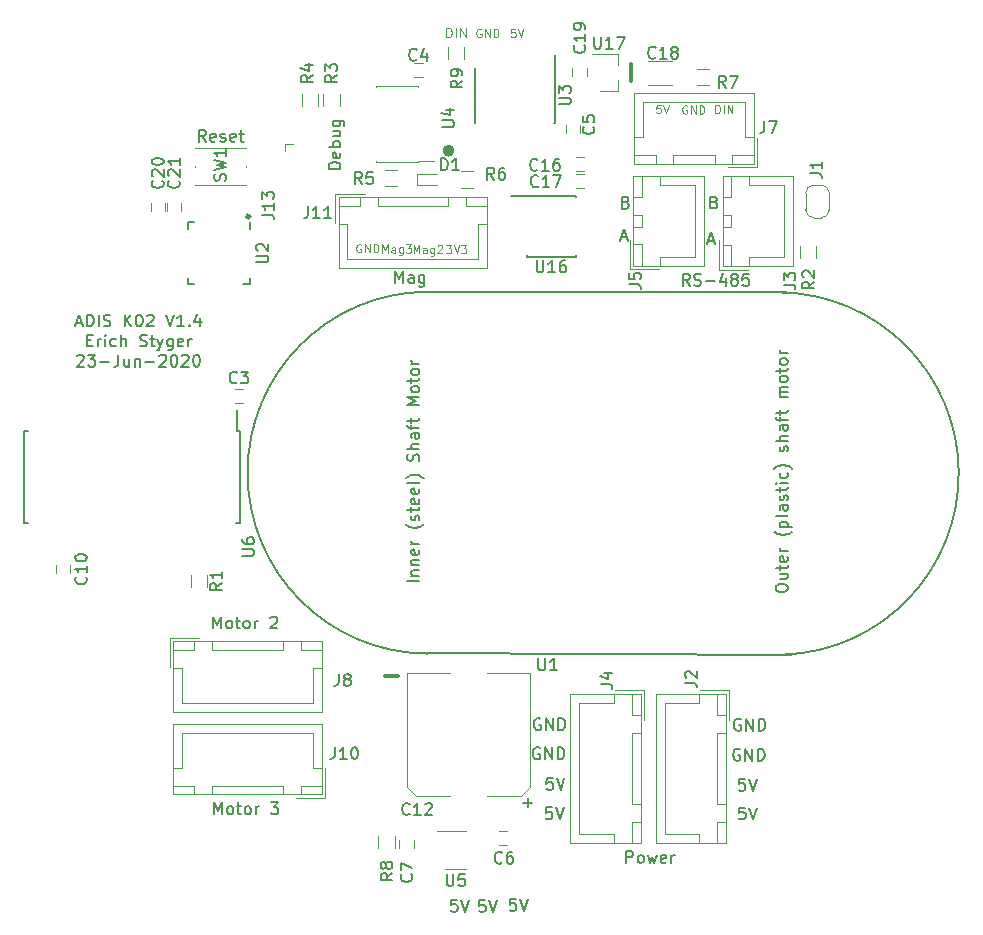
<source format=gbr>
G04 #@! TF.GenerationSoftware,KiCad,Pcbnew,(5.1.5)-3*
G04 #@! TF.CreationDate,2020-06-25T10:39:46+02:00*
G04 #@! TF.ProjectId,StepperClockK02,53746570-7065-4724-936c-6f636b4b3032,v1.0*
G04 #@! TF.SameCoordinates,Original*
G04 #@! TF.FileFunction,Legend,Top*
G04 #@! TF.FilePolarity,Positive*
%FSLAX46Y46*%
G04 Gerber Fmt 4.6, Leading zero omitted, Abs format (unit mm)*
G04 Created by KiCad (PCBNEW (5.1.5)-3) date 2020-06-25 10:39:46*
%MOMM*%
%LPD*%
G04 APERTURE LIST*
%ADD10C,0.500000*%
%ADD11C,0.100000*%
%ADD12C,0.300000*%
%ADD13C,0.150000*%
%ADD14C,0.200000*%
%ADD15C,0.120000*%
G04 APERTURE END LIST*
D10*
X97789800Y-115720740D02*
G75*
G03X97789800Y-115720740I-254000J0D01*
G01*
D11*
X90132466Y-123670740D02*
X90065800Y-123637406D01*
X89965800Y-123637406D01*
X89865800Y-123670740D01*
X89799133Y-123737406D01*
X89765800Y-123804073D01*
X89732466Y-123937406D01*
X89732466Y-124037406D01*
X89765800Y-124170740D01*
X89799133Y-124237406D01*
X89865800Y-124304073D01*
X89965800Y-124337406D01*
X90032466Y-124337406D01*
X90132466Y-124304073D01*
X90165800Y-124270740D01*
X90165800Y-124037406D01*
X90032466Y-124037406D01*
X90465800Y-124337406D02*
X90465800Y-123637406D01*
X90865800Y-124337406D01*
X90865800Y-123637406D01*
X91199133Y-124337406D02*
X91199133Y-123637406D01*
X91365800Y-123637406D01*
X91465800Y-123670740D01*
X91532466Y-123737406D01*
X91565800Y-123804073D01*
X91599133Y-123937406D01*
X91599133Y-124037406D01*
X91565800Y-124170740D01*
X91532466Y-124237406D01*
X91465800Y-124304073D01*
X91365800Y-124337406D01*
X91199133Y-124337406D01*
X91935800Y-124357406D02*
X91935800Y-123657406D01*
X92169133Y-124157406D01*
X92402466Y-123657406D01*
X92402466Y-124357406D01*
X93035800Y-124357406D02*
X93035800Y-123990740D01*
X93002466Y-123924073D01*
X92935800Y-123890740D01*
X92802466Y-123890740D01*
X92735800Y-123924073D01*
X93035800Y-124324073D02*
X92969133Y-124357406D01*
X92802466Y-124357406D01*
X92735800Y-124324073D01*
X92702466Y-124257406D01*
X92702466Y-124190740D01*
X92735800Y-124124073D01*
X92802466Y-124090740D01*
X92969133Y-124090740D01*
X93035800Y-124057406D01*
X93669133Y-123890740D02*
X93669133Y-124457406D01*
X93635800Y-124524073D01*
X93602466Y-124557406D01*
X93535800Y-124590740D01*
X93435800Y-124590740D01*
X93369133Y-124557406D01*
X93669133Y-124324073D02*
X93602466Y-124357406D01*
X93469133Y-124357406D01*
X93402466Y-124324073D01*
X93369133Y-124290740D01*
X93335800Y-124224073D01*
X93335800Y-124024073D01*
X93369133Y-123957406D01*
X93402466Y-123924073D01*
X93469133Y-123890740D01*
X93602466Y-123890740D01*
X93669133Y-123924073D01*
X93935800Y-123657406D02*
X94369133Y-123657406D01*
X94135800Y-123924073D01*
X94235800Y-123924073D01*
X94302466Y-123957406D01*
X94335800Y-123990740D01*
X94369133Y-124057406D01*
X94369133Y-124224073D01*
X94335800Y-124290740D01*
X94302466Y-124324073D01*
X94235800Y-124357406D01*
X94035800Y-124357406D01*
X93969133Y-124324073D01*
X93935800Y-124290740D01*
X94585800Y-124397406D02*
X94585800Y-123697406D01*
X94819133Y-124197406D01*
X95052466Y-123697406D01*
X95052466Y-124397406D01*
X95685800Y-124397406D02*
X95685800Y-124030740D01*
X95652466Y-123964073D01*
X95585800Y-123930740D01*
X95452466Y-123930740D01*
X95385800Y-123964073D01*
X95685800Y-124364073D02*
X95619133Y-124397406D01*
X95452466Y-124397406D01*
X95385800Y-124364073D01*
X95352466Y-124297406D01*
X95352466Y-124230740D01*
X95385800Y-124164073D01*
X95452466Y-124130740D01*
X95619133Y-124130740D01*
X95685800Y-124097406D01*
X96319133Y-123930740D02*
X96319133Y-124497406D01*
X96285800Y-124564073D01*
X96252466Y-124597406D01*
X96185800Y-124630740D01*
X96085800Y-124630740D01*
X96019133Y-124597406D01*
X96319133Y-124364073D02*
X96252466Y-124397406D01*
X96119133Y-124397406D01*
X96052466Y-124364073D01*
X96019133Y-124330740D01*
X95985800Y-124264073D01*
X95985800Y-124064073D01*
X96019133Y-123997406D01*
X96052466Y-123964073D01*
X96119133Y-123930740D01*
X96252466Y-123930740D01*
X96319133Y-123964073D01*
X96619133Y-123764073D02*
X96652466Y-123730740D01*
X96719133Y-123697406D01*
X96885800Y-123697406D01*
X96952466Y-123730740D01*
X96985800Y-123764073D01*
X97019133Y-123830740D01*
X97019133Y-123897406D01*
X96985800Y-123997406D01*
X96585800Y-124397406D01*
X97019133Y-124397406D01*
X97349133Y-123717406D02*
X97782466Y-123717406D01*
X97549133Y-123984073D01*
X97649133Y-123984073D01*
X97715800Y-124017406D01*
X97749133Y-124050740D01*
X97782466Y-124117406D01*
X97782466Y-124284073D01*
X97749133Y-124350740D01*
X97715800Y-124384073D01*
X97649133Y-124417406D01*
X97449133Y-124417406D01*
X97382466Y-124384073D01*
X97349133Y-124350740D01*
X97982466Y-123717406D02*
X98215800Y-124417406D01*
X98449133Y-123717406D01*
X98615800Y-123717406D02*
X99049133Y-123717406D01*
X98815800Y-123984073D01*
X98915800Y-123984073D01*
X98982466Y-124017406D01*
X99015800Y-124050740D01*
X99049133Y-124117406D01*
X99049133Y-124284073D01*
X99015800Y-124350740D01*
X98982466Y-124384073D01*
X98915800Y-124417406D01*
X98715800Y-124417406D01*
X98649133Y-124384073D01*
X98615800Y-124350740D01*
D12*
X92144371Y-160177882D02*
X93287228Y-160177882D01*
X112995800Y-108360740D02*
X112995800Y-109800740D01*
D11*
X120139133Y-112537406D02*
X120139133Y-111837406D01*
X120305800Y-111837406D01*
X120405800Y-111870740D01*
X120472466Y-111937406D01*
X120505800Y-112004073D01*
X120539133Y-112137406D01*
X120539133Y-112237406D01*
X120505800Y-112370740D01*
X120472466Y-112437406D01*
X120405800Y-112504073D01*
X120305800Y-112537406D01*
X120139133Y-112537406D01*
X120839133Y-112537406D02*
X120839133Y-111837406D01*
X121172466Y-112537406D02*
X121172466Y-111837406D01*
X121572466Y-112537406D01*
X121572466Y-111837406D01*
X117722466Y-111920740D02*
X117655800Y-111887406D01*
X117555800Y-111887406D01*
X117455800Y-111920740D01*
X117389133Y-111987406D01*
X117355800Y-112054073D01*
X117322466Y-112187406D01*
X117322466Y-112287406D01*
X117355800Y-112420740D01*
X117389133Y-112487406D01*
X117455800Y-112554073D01*
X117555800Y-112587406D01*
X117622466Y-112587406D01*
X117722466Y-112554073D01*
X117755800Y-112520740D01*
X117755800Y-112287406D01*
X117622466Y-112287406D01*
X118055800Y-112587406D02*
X118055800Y-111887406D01*
X118455800Y-112587406D01*
X118455800Y-111887406D01*
X118789133Y-112587406D02*
X118789133Y-111887406D01*
X118955800Y-111887406D01*
X119055800Y-111920740D01*
X119122466Y-111987406D01*
X119155800Y-112054073D01*
X119189133Y-112187406D01*
X119189133Y-112287406D01*
X119155800Y-112420740D01*
X119122466Y-112487406D01*
X119055800Y-112554073D01*
X118955800Y-112587406D01*
X118789133Y-112587406D01*
X115492466Y-111837406D02*
X115159133Y-111837406D01*
X115125800Y-112170740D01*
X115159133Y-112137406D01*
X115225800Y-112104073D01*
X115392466Y-112104073D01*
X115459133Y-112137406D01*
X115492466Y-112170740D01*
X115525800Y-112237406D01*
X115525800Y-112404073D01*
X115492466Y-112470740D01*
X115459133Y-112504073D01*
X115392466Y-112537406D01*
X115225800Y-112537406D01*
X115159133Y-112504073D01*
X115125800Y-112470740D01*
X115725800Y-111837406D02*
X115959133Y-112537406D01*
X116192466Y-111837406D01*
D12*
X80717329Y-121280740D02*
G75*
G03X80717329Y-121280740I-131529J0D01*
G01*
D13*
X77695323Y-171903120D02*
X77695323Y-170903120D01*
X78028657Y-171617406D01*
X78361990Y-170903120D01*
X78361990Y-171903120D01*
X78981038Y-171903120D02*
X78885800Y-171855501D01*
X78838180Y-171807882D01*
X78790561Y-171712644D01*
X78790561Y-171426930D01*
X78838180Y-171331692D01*
X78885800Y-171284073D01*
X78981038Y-171236454D01*
X79123895Y-171236454D01*
X79219133Y-171284073D01*
X79266752Y-171331692D01*
X79314371Y-171426930D01*
X79314371Y-171712644D01*
X79266752Y-171807882D01*
X79219133Y-171855501D01*
X79123895Y-171903120D01*
X78981038Y-171903120D01*
X79600085Y-171236454D02*
X79981038Y-171236454D01*
X79742942Y-170903120D02*
X79742942Y-171760263D01*
X79790561Y-171855501D01*
X79885800Y-171903120D01*
X79981038Y-171903120D01*
X80457228Y-171903120D02*
X80361990Y-171855501D01*
X80314371Y-171807882D01*
X80266752Y-171712644D01*
X80266752Y-171426930D01*
X80314371Y-171331692D01*
X80361990Y-171284073D01*
X80457228Y-171236454D01*
X80600085Y-171236454D01*
X80695323Y-171284073D01*
X80742942Y-171331692D01*
X80790561Y-171426930D01*
X80790561Y-171712644D01*
X80742942Y-171807882D01*
X80695323Y-171855501D01*
X80600085Y-171903120D01*
X80457228Y-171903120D01*
X81219133Y-171903120D02*
X81219133Y-171236454D01*
X81219133Y-171426930D02*
X81266752Y-171331692D01*
X81314371Y-171284073D01*
X81409609Y-171236454D01*
X81504847Y-171236454D01*
X82504847Y-170903120D02*
X83123895Y-170903120D01*
X82790561Y-171284073D01*
X82933419Y-171284073D01*
X83028657Y-171331692D01*
X83076276Y-171379311D01*
X83123895Y-171474549D01*
X83123895Y-171712644D01*
X83076276Y-171807882D01*
X83028657Y-171855501D01*
X82933419Y-171903120D01*
X82647704Y-171903120D01*
X82552466Y-171855501D01*
X82504847Y-171807882D01*
X77605323Y-156163120D02*
X77605323Y-155163120D01*
X77938657Y-155877406D01*
X78271990Y-155163120D01*
X78271990Y-156163120D01*
X78891038Y-156163120D02*
X78795800Y-156115501D01*
X78748180Y-156067882D01*
X78700561Y-155972644D01*
X78700561Y-155686930D01*
X78748180Y-155591692D01*
X78795800Y-155544073D01*
X78891038Y-155496454D01*
X79033895Y-155496454D01*
X79129133Y-155544073D01*
X79176752Y-155591692D01*
X79224371Y-155686930D01*
X79224371Y-155972644D01*
X79176752Y-156067882D01*
X79129133Y-156115501D01*
X79033895Y-156163120D01*
X78891038Y-156163120D01*
X79510085Y-155496454D02*
X79891038Y-155496454D01*
X79652942Y-155163120D02*
X79652942Y-156020263D01*
X79700561Y-156115501D01*
X79795800Y-156163120D01*
X79891038Y-156163120D01*
X80367228Y-156163120D02*
X80271990Y-156115501D01*
X80224371Y-156067882D01*
X80176752Y-155972644D01*
X80176752Y-155686930D01*
X80224371Y-155591692D01*
X80271990Y-155544073D01*
X80367228Y-155496454D01*
X80510085Y-155496454D01*
X80605323Y-155544073D01*
X80652942Y-155591692D01*
X80700561Y-155686930D01*
X80700561Y-155972644D01*
X80652942Y-156067882D01*
X80605323Y-156115501D01*
X80510085Y-156163120D01*
X80367228Y-156163120D01*
X81129133Y-156163120D02*
X81129133Y-155496454D01*
X81129133Y-155686930D02*
X81176752Y-155591692D01*
X81224371Y-155544073D01*
X81319609Y-155496454D01*
X81414847Y-155496454D01*
X82462466Y-155258359D02*
X82510085Y-155210740D01*
X82605323Y-155163120D01*
X82843419Y-155163120D01*
X82938657Y-155210740D01*
X82986276Y-155258359D01*
X83033895Y-155353597D01*
X83033895Y-155448835D01*
X82986276Y-155591692D01*
X82414847Y-156163120D01*
X83033895Y-156163120D01*
X98265323Y-179143120D02*
X97789133Y-179143120D01*
X97741514Y-179619311D01*
X97789133Y-179571692D01*
X97884371Y-179524073D01*
X98122466Y-179524073D01*
X98217704Y-179571692D01*
X98265323Y-179619311D01*
X98312942Y-179714549D01*
X98312942Y-179952644D01*
X98265323Y-180047882D01*
X98217704Y-180095501D01*
X98122466Y-180143120D01*
X97884371Y-180143120D01*
X97789133Y-180095501D01*
X97741514Y-180047882D01*
X98598657Y-179143120D02*
X98931990Y-180143120D01*
X99265323Y-179143120D01*
X100635323Y-179163120D02*
X100159133Y-179163120D01*
X100111514Y-179639311D01*
X100159133Y-179591692D01*
X100254371Y-179544073D01*
X100492466Y-179544073D01*
X100587704Y-179591692D01*
X100635323Y-179639311D01*
X100682942Y-179734549D01*
X100682942Y-179972644D01*
X100635323Y-180067882D01*
X100587704Y-180115501D01*
X100492466Y-180163120D01*
X100254371Y-180163120D01*
X100159133Y-180115501D01*
X100111514Y-180067882D01*
X100968657Y-179163120D02*
X101301990Y-180163120D01*
X101635323Y-179163120D01*
D11*
X103182466Y-105407406D02*
X102849133Y-105407406D01*
X102815800Y-105740740D01*
X102849133Y-105707406D01*
X102915800Y-105674073D01*
X103082466Y-105674073D01*
X103149133Y-105707406D01*
X103182466Y-105740740D01*
X103215800Y-105807406D01*
X103215800Y-105974073D01*
X103182466Y-106040740D01*
X103149133Y-106074073D01*
X103082466Y-106107406D01*
X102915800Y-106107406D01*
X102849133Y-106074073D01*
X102815800Y-106040740D01*
X103415800Y-105407406D02*
X103649133Y-106107406D01*
X103882466Y-105407406D01*
D13*
X88388180Y-117268359D02*
X87388180Y-117268359D01*
X87388180Y-117030263D01*
X87435800Y-116887406D01*
X87531038Y-116792168D01*
X87626276Y-116744549D01*
X87816752Y-116696930D01*
X87959609Y-116696930D01*
X88150085Y-116744549D01*
X88245323Y-116792168D01*
X88340561Y-116887406D01*
X88388180Y-117030263D01*
X88388180Y-117268359D01*
X88340561Y-115887406D02*
X88388180Y-115982644D01*
X88388180Y-116173120D01*
X88340561Y-116268359D01*
X88245323Y-116315978D01*
X87864371Y-116315978D01*
X87769133Y-116268359D01*
X87721514Y-116173120D01*
X87721514Y-115982644D01*
X87769133Y-115887406D01*
X87864371Y-115839787D01*
X87959609Y-115839787D01*
X88054847Y-116315978D01*
X88388180Y-115411216D02*
X87388180Y-115411216D01*
X87769133Y-115411216D02*
X87721514Y-115315978D01*
X87721514Y-115125501D01*
X87769133Y-115030263D01*
X87816752Y-114982644D01*
X87911990Y-114935025D01*
X88197704Y-114935025D01*
X88292942Y-114982644D01*
X88340561Y-115030263D01*
X88388180Y-115125501D01*
X88388180Y-115315978D01*
X88340561Y-115411216D01*
X87721514Y-114077882D02*
X88388180Y-114077882D01*
X87721514Y-114506454D02*
X88245323Y-114506454D01*
X88340561Y-114458835D01*
X88388180Y-114363597D01*
X88388180Y-114220740D01*
X88340561Y-114125501D01*
X88292942Y-114077882D01*
X87721514Y-113173120D02*
X88531038Y-113173120D01*
X88626276Y-113220740D01*
X88673895Y-113268359D01*
X88721514Y-113363597D01*
X88721514Y-113506454D01*
X88673895Y-113601692D01*
X88340561Y-113173120D02*
X88388180Y-113268359D01*
X88388180Y-113458835D01*
X88340561Y-113554073D01*
X88292942Y-113601692D01*
X88197704Y-113649311D01*
X87911990Y-113649311D01*
X87816752Y-113601692D01*
X87769133Y-113554073D01*
X87721514Y-113458835D01*
X87721514Y-113268359D01*
X87769133Y-113173120D01*
D14*
X66010085Y-130307406D02*
X66486276Y-130307406D01*
X65914847Y-130593120D02*
X66248180Y-129593120D01*
X66581514Y-130593120D01*
X66914847Y-130593120D02*
X66914847Y-129593120D01*
X67152942Y-129593120D01*
X67295800Y-129640740D01*
X67391038Y-129735978D01*
X67438657Y-129831216D01*
X67486276Y-130021692D01*
X67486276Y-130164549D01*
X67438657Y-130355025D01*
X67391038Y-130450263D01*
X67295800Y-130545501D01*
X67152942Y-130593120D01*
X66914847Y-130593120D01*
X67914847Y-130593120D02*
X67914847Y-129593120D01*
X68343419Y-130545501D02*
X68486276Y-130593120D01*
X68724371Y-130593120D01*
X68819609Y-130545501D01*
X68867228Y-130497882D01*
X68914847Y-130402644D01*
X68914847Y-130307406D01*
X68867228Y-130212168D01*
X68819609Y-130164549D01*
X68724371Y-130116930D01*
X68533895Y-130069311D01*
X68438657Y-130021692D01*
X68391038Y-129974073D01*
X68343419Y-129878835D01*
X68343419Y-129783597D01*
X68391038Y-129688359D01*
X68438657Y-129640740D01*
X68533895Y-129593120D01*
X68771990Y-129593120D01*
X68914847Y-129640740D01*
X70105323Y-130593120D02*
X70105323Y-129593120D01*
X70676752Y-130593120D02*
X70248180Y-130021692D01*
X70676752Y-129593120D02*
X70105323Y-130164549D01*
X71295800Y-129593120D02*
X71391038Y-129593120D01*
X71486276Y-129640740D01*
X71533895Y-129688359D01*
X71581514Y-129783597D01*
X71629133Y-129974073D01*
X71629133Y-130212168D01*
X71581514Y-130402644D01*
X71533895Y-130497882D01*
X71486276Y-130545501D01*
X71391038Y-130593120D01*
X71295800Y-130593120D01*
X71200561Y-130545501D01*
X71152942Y-130497882D01*
X71105323Y-130402644D01*
X71057704Y-130212168D01*
X71057704Y-129974073D01*
X71105323Y-129783597D01*
X71152942Y-129688359D01*
X71200561Y-129640740D01*
X71295800Y-129593120D01*
X72010085Y-129688359D02*
X72057704Y-129640740D01*
X72152942Y-129593120D01*
X72391038Y-129593120D01*
X72486276Y-129640740D01*
X72533895Y-129688359D01*
X72581514Y-129783597D01*
X72581514Y-129878835D01*
X72533895Y-130021692D01*
X71962466Y-130593120D01*
X72581514Y-130593120D01*
X73629133Y-129593120D02*
X73962466Y-130593120D01*
X74295800Y-129593120D01*
X75152942Y-130593120D02*
X74581514Y-130593120D01*
X74867228Y-130593120D02*
X74867228Y-129593120D01*
X74771990Y-129735978D01*
X74676752Y-129831216D01*
X74581514Y-129878835D01*
X75581514Y-130497882D02*
X75629133Y-130545501D01*
X75581514Y-130593120D01*
X75533895Y-130545501D01*
X75581514Y-130497882D01*
X75581514Y-130593120D01*
X76486276Y-129926454D02*
X76486276Y-130593120D01*
X76248180Y-129545501D02*
X76010085Y-130259787D01*
X76629133Y-130259787D01*
X66938657Y-131769311D02*
X67271990Y-131769311D01*
X67414847Y-132293120D02*
X66938657Y-132293120D01*
X66938657Y-131293120D01*
X67414847Y-131293120D01*
X67843419Y-132293120D02*
X67843419Y-131626454D01*
X67843419Y-131816930D02*
X67891038Y-131721692D01*
X67938657Y-131674073D01*
X68033895Y-131626454D01*
X68129133Y-131626454D01*
X68462466Y-132293120D02*
X68462466Y-131626454D01*
X68462466Y-131293120D02*
X68414847Y-131340740D01*
X68462466Y-131388359D01*
X68510085Y-131340740D01*
X68462466Y-131293120D01*
X68462466Y-131388359D01*
X69367228Y-132245501D02*
X69271990Y-132293120D01*
X69081514Y-132293120D01*
X68986276Y-132245501D01*
X68938657Y-132197882D01*
X68891038Y-132102644D01*
X68891038Y-131816930D01*
X68938657Y-131721692D01*
X68986276Y-131674073D01*
X69081514Y-131626454D01*
X69271990Y-131626454D01*
X69367228Y-131674073D01*
X69795800Y-132293120D02*
X69795800Y-131293120D01*
X70224371Y-132293120D02*
X70224371Y-131769311D01*
X70176752Y-131674073D01*
X70081514Y-131626454D01*
X69938657Y-131626454D01*
X69843419Y-131674073D01*
X69795800Y-131721692D01*
X71414847Y-132245501D02*
X71557704Y-132293120D01*
X71795800Y-132293120D01*
X71891038Y-132245501D01*
X71938657Y-132197882D01*
X71986276Y-132102644D01*
X71986276Y-132007406D01*
X71938657Y-131912168D01*
X71891038Y-131864549D01*
X71795800Y-131816930D01*
X71605323Y-131769311D01*
X71510085Y-131721692D01*
X71462466Y-131674073D01*
X71414847Y-131578835D01*
X71414847Y-131483597D01*
X71462466Y-131388359D01*
X71510085Y-131340740D01*
X71605323Y-131293120D01*
X71843419Y-131293120D01*
X71986276Y-131340740D01*
X72271990Y-131626454D02*
X72652942Y-131626454D01*
X72414847Y-131293120D02*
X72414847Y-132150263D01*
X72462466Y-132245501D01*
X72557704Y-132293120D01*
X72652942Y-132293120D01*
X72891038Y-131626454D02*
X73129133Y-132293120D01*
X73367228Y-131626454D02*
X73129133Y-132293120D01*
X73033895Y-132531216D01*
X72986276Y-132578835D01*
X72891038Y-132626454D01*
X74176752Y-131626454D02*
X74176752Y-132435978D01*
X74129133Y-132531216D01*
X74081514Y-132578835D01*
X73986276Y-132626454D01*
X73843419Y-132626454D01*
X73748180Y-132578835D01*
X74176752Y-132245501D02*
X74081514Y-132293120D01*
X73891038Y-132293120D01*
X73795800Y-132245501D01*
X73748180Y-132197882D01*
X73700561Y-132102644D01*
X73700561Y-131816930D01*
X73748180Y-131721692D01*
X73795800Y-131674073D01*
X73891038Y-131626454D01*
X74081514Y-131626454D01*
X74176752Y-131674073D01*
X75033895Y-132245501D02*
X74938657Y-132293120D01*
X74748180Y-132293120D01*
X74652942Y-132245501D01*
X74605323Y-132150263D01*
X74605323Y-131769311D01*
X74652942Y-131674073D01*
X74748180Y-131626454D01*
X74938657Y-131626454D01*
X75033895Y-131674073D01*
X75081514Y-131769311D01*
X75081514Y-131864549D01*
X74605323Y-131959787D01*
X75510085Y-132293120D02*
X75510085Y-131626454D01*
X75510085Y-131816930D02*
X75557704Y-131721692D01*
X75605323Y-131674073D01*
X75700561Y-131626454D01*
X75795800Y-131626454D01*
X66105323Y-133088359D02*
X66152942Y-133040740D01*
X66248180Y-132993120D01*
X66486276Y-132993120D01*
X66581514Y-133040740D01*
X66629133Y-133088359D01*
X66676752Y-133183597D01*
X66676752Y-133278835D01*
X66629133Y-133421692D01*
X66057704Y-133993120D01*
X66676752Y-133993120D01*
X67010085Y-132993120D02*
X67629133Y-132993120D01*
X67295800Y-133374073D01*
X67438657Y-133374073D01*
X67533895Y-133421692D01*
X67581514Y-133469311D01*
X67629133Y-133564549D01*
X67629133Y-133802644D01*
X67581514Y-133897882D01*
X67533895Y-133945501D01*
X67438657Y-133993120D01*
X67152942Y-133993120D01*
X67057704Y-133945501D01*
X67010085Y-133897882D01*
X68057704Y-133612168D02*
X68819609Y-133612168D01*
X69581514Y-132993120D02*
X69581514Y-133707406D01*
X69533895Y-133850263D01*
X69438657Y-133945501D01*
X69295800Y-133993120D01*
X69200561Y-133993120D01*
X70486276Y-133326454D02*
X70486276Y-133993120D01*
X70057704Y-133326454D02*
X70057704Y-133850263D01*
X70105323Y-133945501D01*
X70200561Y-133993120D01*
X70343419Y-133993120D01*
X70438657Y-133945501D01*
X70486276Y-133897882D01*
X70962466Y-133326454D02*
X70962466Y-133993120D01*
X70962466Y-133421692D02*
X71010085Y-133374073D01*
X71105323Y-133326454D01*
X71248180Y-133326454D01*
X71343419Y-133374073D01*
X71391038Y-133469311D01*
X71391038Y-133993120D01*
X71867228Y-133612168D02*
X72629133Y-133612168D01*
X73057704Y-133088359D02*
X73105323Y-133040740D01*
X73200561Y-132993120D01*
X73438657Y-132993120D01*
X73533895Y-133040740D01*
X73581514Y-133088359D01*
X73629133Y-133183597D01*
X73629133Y-133278835D01*
X73581514Y-133421692D01*
X73010085Y-133993120D01*
X73629133Y-133993120D01*
X74248180Y-132993120D02*
X74343419Y-132993120D01*
X74438657Y-133040740D01*
X74486276Y-133088359D01*
X74533895Y-133183597D01*
X74581514Y-133374073D01*
X74581514Y-133612168D01*
X74533895Y-133802644D01*
X74486276Y-133897882D01*
X74438657Y-133945501D01*
X74343419Y-133993120D01*
X74248180Y-133993120D01*
X74152942Y-133945501D01*
X74105323Y-133897882D01*
X74057704Y-133802644D01*
X74010085Y-133612168D01*
X74010085Y-133374073D01*
X74057704Y-133183597D01*
X74105323Y-133088359D01*
X74152942Y-133040740D01*
X74248180Y-132993120D01*
X74962466Y-133088359D02*
X75010085Y-133040740D01*
X75105323Y-132993120D01*
X75343419Y-132993120D01*
X75438657Y-133040740D01*
X75486276Y-133088359D01*
X75533895Y-133183597D01*
X75533895Y-133278835D01*
X75486276Y-133421692D01*
X74914847Y-133993120D01*
X75533895Y-133993120D01*
X76152942Y-132993120D02*
X76248180Y-132993120D01*
X76343419Y-133040740D01*
X76391038Y-133088359D01*
X76438657Y-133183597D01*
X76486276Y-133374073D01*
X76486276Y-133612168D01*
X76438657Y-133802644D01*
X76391038Y-133897882D01*
X76343419Y-133945501D01*
X76248180Y-133993120D01*
X76152942Y-133993120D01*
X76057704Y-133945501D01*
X76010085Y-133897882D01*
X75962466Y-133802644D01*
X75914847Y-133612168D01*
X75914847Y-133374073D01*
X75962466Y-133183597D01*
X76010085Y-133088359D01*
X76057704Y-133040740D01*
X76152942Y-132993120D01*
D11*
X97366752Y-106102644D02*
X97366752Y-105302644D01*
X97557228Y-105302644D01*
X97671514Y-105340740D01*
X97747704Y-105416930D01*
X97785800Y-105493120D01*
X97823895Y-105645501D01*
X97823895Y-105759787D01*
X97785800Y-105912168D01*
X97747704Y-105988359D01*
X97671514Y-106064549D01*
X97557228Y-106102644D01*
X97366752Y-106102644D01*
X98166752Y-106102644D02*
X98166752Y-105302644D01*
X98547704Y-106102644D02*
X98547704Y-105302644D01*
X99004847Y-106102644D01*
X99004847Y-105302644D01*
X100302466Y-105440740D02*
X100235800Y-105407406D01*
X100135800Y-105407406D01*
X100035800Y-105440740D01*
X99969133Y-105507406D01*
X99935800Y-105574073D01*
X99902466Y-105707406D01*
X99902466Y-105807406D01*
X99935800Y-105940740D01*
X99969133Y-106007406D01*
X100035800Y-106074073D01*
X100135800Y-106107406D01*
X100202466Y-106107406D01*
X100302466Y-106074073D01*
X100335800Y-106040740D01*
X100335800Y-105807406D01*
X100202466Y-105807406D01*
X100635800Y-106107406D02*
X100635800Y-105407406D01*
X101035800Y-106107406D01*
X101035800Y-105407406D01*
X101369133Y-106107406D02*
X101369133Y-105407406D01*
X101535800Y-105407406D01*
X101635800Y-105440740D01*
X101702466Y-105507406D01*
X101735800Y-105574073D01*
X101769133Y-105707406D01*
X101769133Y-105807406D01*
X101735800Y-105940740D01*
X101702466Y-106007406D01*
X101635800Y-106074073D01*
X101535800Y-106107406D01*
X101369133Y-106107406D01*
D13*
X103245323Y-179073120D02*
X102769133Y-179073120D01*
X102721514Y-179549311D01*
X102769133Y-179501692D01*
X102864371Y-179454073D01*
X103102466Y-179454073D01*
X103197704Y-179501692D01*
X103245323Y-179549311D01*
X103292942Y-179644549D01*
X103292942Y-179882644D01*
X103245323Y-179977882D01*
X103197704Y-180025501D01*
X103102466Y-180073120D01*
X102864371Y-180073120D01*
X102769133Y-180025501D01*
X102721514Y-179977882D01*
X103578657Y-179073120D02*
X103911990Y-180073120D01*
X104245323Y-179073120D01*
D14*
X112589609Y-176023120D02*
X112589609Y-175023120D01*
X112970561Y-175023120D01*
X113065800Y-175070740D01*
X113113419Y-175118359D01*
X113161038Y-175213597D01*
X113161038Y-175356454D01*
X113113419Y-175451692D01*
X113065800Y-175499311D01*
X112970561Y-175546930D01*
X112589609Y-175546930D01*
X113732466Y-176023120D02*
X113637228Y-175975501D01*
X113589609Y-175927882D01*
X113541990Y-175832644D01*
X113541990Y-175546930D01*
X113589609Y-175451692D01*
X113637228Y-175404073D01*
X113732466Y-175356454D01*
X113875323Y-175356454D01*
X113970561Y-175404073D01*
X114018180Y-175451692D01*
X114065800Y-175546930D01*
X114065800Y-175832644D01*
X114018180Y-175927882D01*
X113970561Y-175975501D01*
X113875323Y-176023120D01*
X113732466Y-176023120D01*
X114399133Y-175356454D02*
X114589609Y-176023120D01*
X114780085Y-175546930D01*
X114970561Y-176023120D01*
X115161038Y-175356454D01*
X115922942Y-175975501D02*
X115827704Y-176023120D01*
X115637228Y-176023120D01*
X115541990Y-175975501D01*
X115494371Y-175880263D01*
X115494371Y-175499311D01*
X115541990Y-175404073D01*
X115637228Y-175356454D01*
X115827704Y-175356454D01*
X115922942Y-175404073D01*
X115970561Y-175499311D01*
X115970561Y-175594549D01*
X115494371Y-175689787D01*
X116399133Y-176023120D02*
X116399133Y-175356454D01*
X116399133Y-175546930D02*
X116446752Y-175451692D01*
X116494371Y-175404073D01*
X116589609Y-175356454D01*
X116684847Y-175356454D01*
X117951514Y-127153120D02*
X117618180Y-126676930D01*
X117380085Y-127153120D02*
X117380085Y-126153120D01*
X117761038Y-126153120D01*
X117856276Y-126200740D01*
X117903895Y-126248359D01*
X117951514Y-126343597D01*
X117951514Y-126486454D01*
X117903895Y-126581692D01*
X117856276Y-126629311D01*
X117761038Y-126676930D01*
X117380085Y-126676930D01*
X118332466Y-127105501D02*
X118475323Y-127153120D01*
X118713419Y-127153120D01*
X118808657Y-127105501D01*
X118856276Y-127057882D01*
X118903895Y-126962644D01*
X118903895Y-126867406D01*
X118856276Y-126772168D01*
X118808657Y-126724549D01*
X118713419Y-126676930D01*
X118522942Y-126629311D01*
X118427704Y-126581692D01*
X118380085Y-126534073D01*
X118332466Y-126438835D01*
X118332466Y-126343597D01*
X118380085Y-126248359D01*
X118427704Y-126200740D01*
X118522942Y-126153120D01*
X118761038Y-126153120D01*
X118903895Y-126200740D01*
X119332466Y-126772168D02*
X120094371Y-126772168D01*
X120999133Y-126486454D02*
X120999133Y-127153120D01*
X120761038Y-126105501D02*
X120522942Y-126819787D01*
X121141990Y-126819787D01*
X121665800Y-126581692D02*
X121570561Y-126534073D01*
X121522942Y-126486454D01*
X121475323Y-126391216D01*
X121475323Y-126343597D01*
X121522942Y-126248359D01*
X121570561Y-126200740D01*
X121665800Y-126153120D01*
X121856276Y-126153120D01*
X121951514Y-126200740D01*
X121999133Y-126248359D01*
X122046752Y-126343597D01*
X122046752Y-126391216D01*
X121999133Y-126486454D01*
X121951514Y-126534073D01*
X121856276Y-126581692D01*
X121665800Y-126581692D01*
X121570561Y-126629311D01*
X121522942Y-126676930D01*
X121475323Y-126772168D01*
X121475323Y-126962644D01*
X121522942Y-127057882D01*
X121570561Y-127105501D01*
X121665800Y-127153120D01*
X121856276Y-127153120D01*
X121951514Y-127105501D01*
X121999133Y-127057882D01*
X122046752Y-126962644D01*
X122046752Y-126772168D01*
X121999133Y-126676930D01*
X121951514Y-126629311D01*
X121856276Y-126581692D01*
X122951514Y-126153120D02*
X122475323Y-126153120D01*
X122427704Y-126629311D01*
X122475323Y-126581692D01*
X122570561Y-126534073D01*
X122808657Y-126534073D01*
X122903895Y-126581692D01*
X122951514Y-126629311D01*
X122999133Y-126724549D01*
X122999133Y-126962644D01*
X122951514Y-127057882D01*
X122903895Y-127105501D01*
X122808657Y-127153120D01*
X122570561Y-127153120D01*
X122475323Y-127105501D01*
X122427704Y-127057882D01*
X112167704Y-123057406D02*
X112643895Y-123057406D01*
X112072466Y-123343120D02*
X112405800Y-122343120D01*
X112739133Y-123343120D01*
X112557228Y-120099311D02*
X112700085Y-120146930D01*
X112747704Y-120194549D01*
X112795323Y-120289787D01*
X112795323Y-120432644D01*
X112747704Y-120527882D01*
X112700085Y-120575501D01*
X112604847Y-120623120D01*
X112223895Y-120623120D01*
X112223895Y-119623120D01*
X112557228Y-119623120D01*
X112652466Y-119670740D01*
X112700085Y-119718359D01*
X112747704Y-119813597D01*
X112747704Y-119908835D01*
X112700085Y-120004073D01*
X112652466Y-120051692D01*
X112557228Y-120099311D01*
X112223895Y-120099311D01*
X120047228Y-120079311D02*
X120190085Y-120126930D01*
X120237704Y-120174549D01*
X120285323Y-120269787D01*
X120285323Y-120412644D01*
X120237704Y-120507882D01*
X120190085Y-120555501D01*
X120094847Y-120603120D01*
X119713895Y-120603120D01*
X119713895Y-119603120D01*
X120047228Y-119603120D01*
X120142466Y-119650740D01*
X120190085Y-119698359D01*
X120237704Y-119793597D01*
X120237704Y-119888835D01*
X120190085Y-119984073D01*
X120142466Y-120031692D01*
X120047228Y-120079311D01*
X119713895Y-120079311D01*
X119497704Y-123357406D02*
X119973895Y-123357406D01*
X119402466Y-123643120D02*
X119735800Y-122643120D01*
X120069133Y-123643120D01*
X76993704Y-114947120D02*
X76660371Y-114470930D01*
X76422276Y-114947120D02*
X76422276Y-113947120D01*
X76803228Y-113947120D01*
X76898466Y-113994740D01*
X76946085Y-114042359D01*
X76993704Y-114137597D01*
X76993704Y-114280454D01*
X76946085Y-114375692D01*
X76898466Y-114423311D01*
X76803228Y-114470930D01*
X76422276Y-114470930D01*
X77803228Y-114899501D02*
X77707990Y-114947120D01*
X77517514Y-114947120D01*
X77422276Y-114899501D01*
X77374657Y-114804263D01*
X77374657Y-114423311D01*
X77422276Y-114328073D01*
X77517514Y-114280454D01*
X77707990Y-114280454D01*
X77803228Y-114328073D01*
X77850847Y-114423311D01*
X77850847Y-114518549D01*
X77374657Y-114613787D01*
X78231800Y-114899501D02*
X78327038Y-114947120D01*
X78517514Y-114947120D01*
X78612752Y-114899501D01*
X78660371Y-114804263D01*
X78660371Y-114756644D01*
X78612752Y-114661406D01*
X78517514Y-114613787D01*
X78374657Y-114613787D01*
X78279419Y-114566168D01*
X78231800Y-114470930D01*
X78231800Y-114423311D01*
X78279419Y-114328073D01*
X78374657Y-114280454D01*
X78517514Y-114280454D01*
X78612752Y-114328073D01*
X79469895Y-114899501D02*
X79374657Y-114947120D01*
X79184180Y-114947120D01*
X79088942Y-114899501D01*
X79041323Y-114804263D01*
X79041323Y-114423311D01*
X79088942Y-114328073D01*
X79184180Y-114280454D01*
X79374657Y-114280454D01*
X79469895Y-114328073D01*
X79517514Y-114423311D01*
X79517514Y-114518549D01*
X79041323Y-114613787D01*
X79803228Y-114280454D02*
X80184180Y-114280454D01*
X79946085Y-113947120D02*
X79946085Y-114804263D01*
X79993704Y-114899501D01*
X80088942Y-114947120D01*
X80184180Y-114947120D01*
X105243895Y-166290740D02*
X105148657Y-166243120D01*
X105005800Y-166243120D01*
X104862942Y-166290740D01*
X104767704Y-166385978D01*
X104720085Y-166481216D01*
X104672466Y-166671692D01*
X104672466Y-166814549D01*
X104720085Y-167005025D01*
X104767704Y-167100263D01*
X104862942Y-167195501D01*
X105005800Y-167243120D01*
X105101038Y-167243120D01*
X105243895Y-167195501D01*
X105291514Y-167147882D01*
X105291514Y-166814549D01*
X105101038Y-166814549D01*
X105720085Y-167243120D02*
X105720085Y-166243120D01*
X106291514Y-167243120D01*
X106291514Y-166243120D01*
X106767704Y-167243120D02*
X106767704Y-166243120D01*
X107005800Y-166243120D01*
X107148657Y-166290740D01*
X107243895Y-166385978D01*
X107291514Y-166481216D01*
X107339133Y-166671692D01*
X107339133Y-166814549D01*
X107291514Y-167005025D01*
X107243895Y-167100263D01*
X107148657Y-167195501D01*
X107005800Y-167243120D01*
X106767704Y-167243120D01*
X105313895Y-163820740D02*
X105218657Y-163773120D01*
X105075800Y-163773120D01*
X104932942Y-163820740D01*
X104837704Y-163915978D01*
X104790085Y-164011216D01*
X104742466Y-164201692D01*
X104742466Y-164344549D01*
X104790085Y-164535025D01*
X104837704Y-164630263D01*
X104932942Y-164725501D01*
X105075800Y-164773120D01*
X105171038Y-164773120D01*
X105313895Y-164725501D01*
X105361514Y-164677882D01*
X105361514Y-164344549D01*
X105171038Y-164344549D01*
X105790085Y-164773120D02*
X105790085Y-163773120D01*
X106361514Y-164773120D01*
X106361514Y-163773120D01*
X106837704Y-164773120D02*
X106837704Y-163773120D01*
X107075800Y-163773120D01*
X107218657Y-163820740D01*
X107313895Y-163915978D01*
X107361514Y-164011216D01*
X107409133Y-164201692D01*
X107409133Y-164344549D01*
X107361514Y-164535025D01*
X107313895Y-164630263D01*
X107218657Y-164725501D01*
X107075800Y-164773120D01*
X106837704Y-164773120D01*
X122273895Y-163860740D02*
X122178657Y-163813120D01*
X122035800Y-163813120D01*
X121892942Y-163860740D01*
X121797704Y-163955978D01*
X121750085Y-164051216D01*
X121702466Y-164241692D01*
X121702466Y-164384549D01*
X121750085Y-164575025D01*
X121797704Y-164670263D01*
X121892942Y-164765501D01*
X122035800Y-164813120D01*
X122131038Y-164813120D01*
X122273895Y-164765501D01*
X122321514Y-164717882D01*
X122321514Y-164384549D01*
X122131038Y-164384549D01*
X122750085Y-164813120D02*
X122750085Y-163813120D01*
X123321514Y-164813120D01*
X123321514Y-163813120D01*
X123797704Y-164813120D02*
X123797704Y-163813120D01*
X124035800Y-163813120D01*
X124178657Y-163860740D01*
X124273895Y-163955978D01*
X124321514Y-164051216D01*
X124369133Y-164241692D01*
X124369133Y-164384549D01*
X124321514Y-164575025D01*
X124273895Y-164670263D01*
X124178657Y-164765501D01*
X124035800Y-164813120D01*
X123797704Y-164813120D01*
X122203895Y-166400740D02*
X122108657Y-166353120D01*
X121965800Y-166353120D01*
X121822942Y-166400740D01*
X121727704Y-166495978D01*
X121680085Y-166591216D01*
X121632466Y-166781692D01*
X121632466Y-166924549D01*
X121680085Y-167115025D01*
X121727704Y-167210263D01*
X121822942Y-167305501D01*
X121965800Y-167353120D01*
X122061038Y-167353120D01*
X122203895Y-167305501D01*
X122251514Y-167257882D01*
X122251514Y-166924549D01*
X122061038Y-166924549D01*
X122680085Y-167353120D02*
X122680085Y-166353120D01*
X123251514Y-167353120D01*
X123251514Y-166353120D01*
X123727704Y-167353120D02*
X123727704Y-166353120D01*
X123965800Y-166353120D01*
X124108657Y-166400740D01*
X124203895Y-166495978D01*
X124251514Y-166591216D01*
X124299133Y-166781692D01*
X124299133Y-166924549D01*
X124251514Y-167115025D01*
X124203895Y-167210263D01*
X124108657Y-167305501D01*
X123965800Y-167353120D01*
X123727704Y-167353120D01*
X122625323Y-168903120D02*
X122149133Y-168903120D01*
X122101514Y-169379311D01*
X122149133Y-169331692D01*
X122244371Y-169284073D01*
X122482466Y-169284073D01*
X122577704Y-169331692D01*
X122625323Y-169379311D01*
X122672942Y-169474549D01*
X122672942Y-169712644D01*
X122625323Y-169807882D01*
X122577704Y-169855501D01*
X122482466Y-169903120D01*
X122244371Y-169903120D01*
X122149133Y-169855501D01*
X122101514Y-169807882D01*
X122958657Y-168903120D02*
X123291990Y-169903120D01*
X123625323Y-168903120D01*
X106355323Y-168823120D02*
X105879133Y-168823120D01*
X105831514Y-169299311D01*
X105879133Y-169251692D01*
X105974371Y-169204073D01*
X106212466Y-169204073D01*
X106307704Y-169251692D01*
X106355323Y-169299311D01*
X106402942Y-169394549D01*
X106402942Y-169632644D01*
X106355323Y-169727882D01*
X106307704Y-169775501D01*
X106212466Y-169823120D01*
X105974371Y-169823120D01*
X105879133Y-169775501D01*
X105831514Y-169727882D01*
X106688657Y-168823120D02*
X107021990Y-169823120D01*
X107355323Y-168823120D01*
X122635323Y-171333120D02*
X122159133Y-171333120D01*
X122111514Y-171809311D01*
X122159133Y-171761692D01*
X122254371Y-171714073D01*
X122492466Y-171714073D01*
X122587704Y-171761692D01*
X122635323Y-171809311D01*
X122682942Y-171904549D01*
X122682942Y-172142644D01*
X122635323Y-172237882D01*
X122587704Y-172285501D01*
X122492466Y-172333120D01*
X122254371Y-172333120D01*
X122159133Y-172285501D01*
X122111514Y-172237882D01*
X122968657Y-171333120D02*
X123301990Y-172333120D01*
X123635323Y-171333120D01*
X106275323Y-171313120D02*
X105799133Y-171313120D01*
X105751514Y-171789311D01*
X105799133Y-171741692D01*
X105894371Y-171694073D01*
X106132466Y-171694073D01*
X106227704Y-171741692D01*
X106275323Y-171789311D01*
X106322942Y-171884549D01*
X106322942Y-172122644D01*
X106275323Y-172217882D01*
X106227704Y-172265501D01*
X106132466Y-172313120D01*
X105894371Y-172313120D01*
X105799133Y-172265501D01*
X105751514Y-172217882D01*
X106608657Y-171313120D02*
X106941990Y-172313120D01*
X107275323Y-171313120D01*
X93017704Y-126903120D02*
X93017704Y-125903120D01*
X93351038Y-126617406D01*
X93684371Y-125903120D01*
X93684371Y-126903120D01*
X94589133Y-126903120D02*
X94589133Y-126379311D01*
X94541514Y-126284073D01*
X94446276Y-126236454D01*
X94255800Y-126236454D01*
X94160561Y-126284073D01*
X94589133Y-126855501D02*
X94493895Y-126903120D01*
X94255800Y-126903120D01*
X94160561Y-126855501D01*
X94112942Y-126760263D01*
X94112942Y-126665025D01*
X94160561Y-126569787D01*
X94255800Y-126522168D01*
X94493895Y-126522168D01*
X94589133Y-126474549D01*
X95493895Y-126236454D02*
X95493895Y-127045978D01*
X95446276Y-127141216D01*
X95398657Y-127188835D01*
X95303419Y-127236454D01*
X95160561Y-127236454D01*
X95065323Y-127188835D01*
X95493895Y-126855501D02*
X95398657Y-126903120D01*
X95208180Y-126903120D01*
X95112942Y-126855501D01*
X95065323Y-126807882D01*
X95017704Y-126712644D01*
X95017704Y-126426930D01*
X95065323Y-126331692D01*
X95112942Y-126284073D01*
X95208180Y-126236454D01*
X95398657Y-126236454D01*
X95493895Y-126284073D01*
D15*
X83695800Y-115135740D02*
X84330800Y-115135740D01*
X83695800Y-115770740D02*
X83695800Y-115135740D01*
X91420800Y-110290740D02*
X91420800Y-110225740D01*
X94950800Y-110290740D02*
X94950800Y-110225740D01*
X91420800Y-116695740D02*
X91420800Y-116630740D01*
X94950800Y-116695740D02*
X94950800Y-116630740D01*
X96275800Y-116630740D02*
X94950800Y-116630740D01*
X94950800Y-110225740D02*
X91420800Y-110225740D01*
X94950800Y-116695740D02*
X91420800Y-116695740D01*
D13*
X106565800Y-113365740D02*
X106465800Y-113365740D01*
X99740800Y-113365740D02*
X99765800Y-113365740D01*
X99740800Y-108715740D02*
X99765800Y-108715740D01*
X106565800Y-107640740D02*
X106565800Y-113365740D01*
X99740800Y-108715740D02*
X99740800Y-113365740D01*
D15*
X116445800Y-108100740D02*
X114445800Y-108100740D01*
X114445800Y-110140740D02*
X116445800Y-110140740D01*
X123375800Y-116820740D02*
X123375800Y-110870740D01*
X123375800Y-110870740D02*
X113275800Y-110870740D01*
X113275800Y-110870740D02*
X113275800Y-116820740D01*
X113275800Y-116820740D02*
X123375800Y-116820740D01*
X120075800Y-116820740D02*
X120075800Y-116070740D01*
X120075800Y-116070740D02*
X116575800Y-116070740D01*
X116575800Y-116070740D02*
X116575800Y-116820740D01*
X116575800Y-116820740D02*
X120075800Y-116820740D01*
X123375800Y-116820740D02*
X123375800Y-116070740D01*
X123375800Y-116070740D02*
X121575800Y-116070740D01*
X121575800Y-116070740D02*
X121575800Y-116820740D01*
X121575800Y-116820740D02*
X123375800Y-116820740D01*
X115075800Y-116820740D02*
X115075800Y-116070740D01*
X115075800Y-116070740D02*
X113275800Y-116070740D01*
X113275800Y-116070740D02*
X113275800Y-116820740D01*
X113275800Y-116820740D02*
X115075800Y-116820740D01*
X123375800Y-114570740D02*
X122625800Y-114570740D01*
X122625800Y-114570740D02*
X122625800Y-111620740D01*
X122625800Y-111620740D02*
X118325800Y-111620740D01*
X113275800Y-114570740D02*
X114025800Y-114570740D01*
X114025800Y-114570740D02*
X114025800Y-111620740D01*
X114025800Y-111620740D02*
X118325800Y-111620740D01*
X121175800Y-117120740D02*
X123675800Y-117120740D01*
X123675800Y-117120740D02*
X123675800Y-114620740D01*
X102525800Y-174510740D02*
X101825800Y-174510740D01*
X101825800Y-173310740D02*
X102525800Y-173310740D01*
X93375800Y-174740740D02*
X93375800Y-174040740D01*
X94575800Y-174040740D02*
X94575800Y-174740740D01*
D13*
X79870800Y-139485740D02*
X79620800Y-139485740D01*
X79870800Y-147235740D02*
X79525800Y-147235740D01*
X61620800Y-147235740D02*
X61965800Y-147235740D01*
X61620800Y-139485740D02*
X61965800Y-139485740D01*
X79870800Y-139485740D02*
X79870800Y-147235740D01*
X61620800Y-139485740D02*
X61620800Y-147235740D01*
X79620800Y-139485740D02*
X79620800Y-137660740D01*
D15*
X97205800Y-176500740D02*
X99005800Y-176500740D01*
X99005800Y-173280740D02*
X96555800Y-173280740D01*
X97515800Y-107940740D02*
X97515800Y-106940740D01*
X98875800Y-106940740D02*
X98875800Y-107940740D01*
X92965800Y-173740740D02*
X92965800Y-174740740D01*
X91605800Y-174740740D02*
X91605800Y-173740740D01*
X86815800Y-170220740D02*
X86815800Y-164270740D01*
X86815800Y-164270740D02*
X74215800Y-164270740D01*
X74215800Y-164270740D02*
X74215800Y-170220740D01*
X74215800Y-170220740D02*
X86815800Y-170220740D01*
X83515800Y-170220740D02*
X83515800Y-169470740D01*
X83515800Y-169470740D02*
X77515800Y-169470740D01*
X77515800Y-169470740D02*
X77515800Y-170220740D01*
X77515800Y-170220740D02*
X83515800Y-170220740D01*
X86815800Y-170220740D02*
X86815800Y-169470740D01*
X86815800Y-169470740D02*
X85015800Y-169470740D01*
X85015800Y-169470740D02*
X85015800Y-170220740D01*
X85015800Y-170220740D02*
X86815800Y-170220740D01*
X76015800Y-170220740D02*
X76015800Y-169470740D01*
X76015800Y-169470740D02*
X74215800Y-169470740D01*
X74215800Y-169470740D02*
X74215800Y-170220740D01*
X74215800Y-170220740D02*
X76015800Y-170220740D01*
X86815800Y-167970740D02*
X86065800Y-167970740D01*
X86065800Y-167970740D02*
X86065800Y-165020740D01*
X86065800Y-165020740D02*
X80515800Y-165020740D01*
X74215800Y-167970740D02*
X74965800Y-167970740D01*
X74965800Y-167970740D02*
X74965800Y-165020740D01*
X74965800Y-165020740D02*
X80515800Y-165020740D01*
X84615800Y-170520740D02*
X87115800Y-170520740D01*
X87115800Y-170520740D02*
X87115800Y-168020740D01*
X88225800Y-119680740D02*
X88225800Y-125630740D01*
X88225800Y-125630740D02*
X100825800Y-125630740D01*
X100825800Y-125630740D02*
X100825800Y-119680740D01*
X100825800Y-119680740D02*
X88225800Y-119680740D01*
X91525800Y-119680740D02*
X91525800Y-120430740D01*
X91525800Y-120430740D02*
X97525800Y-120430740D01*
X97525800Y-120430740D02*
X97525800Y-119680740D01*
X97525800Y-119680740D02*
X91525800Y-119680740D01*
X88225800Y-119680740D02*
X88225800Y-120430740D01*
X88225800Y-120430740D02*
X90025800Y-120430740D01*
X90025800Y-120430740D02*
X90025800Y-119680740D01*
X90025800Y-119680740D02*
X88225800Y-119680740D01*
X99025800Y-119680740D02*
X99025800Y-120430740D01*
X99025800Y-120430740D02*
X100825800Y-120430740D01*
X100825800Y-120430740D02*
X100825800Y-119680740D01*
X100825800Y-119680740D02*
X99025800Y-119680740D01*
X88225800Y-121930740D02*
X88975800Y-121930740D01*
X88975800Y-121930740D02*
X88975800Y-124880740D01*
X88975800Y-124880740D02*
X94525800Y-124880740D01*
X100825800Y-121930740D02*
X100075800Y-121930740D01*
X100075800Y-121930740D02*
X100075800Y-124880740D01*
X100075800Y-124880740D02*
X94525800Y-124880740D01*
X90425800Y-119380740D02*
X87925800Y-119380740D01*
X87925800Y-119380740D02*
X87925800Y-121880740D01*
X74215800Y-157270740D02*
X74215800Y-163220740D01*
X74215800Y-163220740D02*
X86815800Y-163220740D01*
X86815800Y-163220740D02*
X86815800Y-157270740D01*
X86815800Y-157270740D02*
X74215800Y-157270740D01*
X77515800Y-157270740D02*
X77515800Y-158020740D01*
X77515800Y-158020740D02*
X83515800Y-158020740D01*
X83515800Y-158020740D02*
X83515800Y-157270740D01*
X83515800Y-157270740D02*
X77515800Y-157270740D01*
X74215800Y-157270740D02*
X74215800Y-158020740D01*
X74215800Y-158020740D02*
X76015800Y-158020740D01*
X76015800Y-158020740D02*
X76015800Y-157270740D01*
X76015800Y-157270740D02*
X74215800Y-157270740D01*
X85015800Y-157270740D02*
X85015800Y-158020740D01*
X85015800Y-158020740D02*
X86815800Y-158020740D01*
X86815800Y-158020740D02*
X86815800Y-157270740D01*
X86815800Y-157270740D02*
X85015800Y-157270740D01*
X74215800Y-159520740D02*
X74965800Y-159520740D01*
X74965800Y-159520740D02*
X74965800Y-162470740D01*
X74965800Y-162470740D02*
X80515800Y-162470740D01*
X86815800Y-159520740D02*
X86065800Y-159520740D01*
X86065800Y-159520740D02*
X86065800Y-162470740D01*
X86065800Y-162470740D02*
X80515800Y-162470740D01*
X76415800Y-156970740D02*
X73915800Y-156970740D01*
X73915800Y-156970740D02*
X73915800Y-159470740D01*
X94745800Y-170370740D02*
X97635800Y-170370740D01*
X103645800Y-170370740D02*
X100755800Y-170370740D01*
X104405800Y-159950740D02*
X100755800Y-159950740D01*
X93985800Y-159950740D02*
X97635800Y-159950740D01*
X104405800Y-159950740D02*
X104405800Y-169610740D01*
X104405800Y-169610740D02*
X103645800Y-170370740D01*
X94745800Y-170370740D02*
X93985800Y-169610740D01*
X93985800Y-169610740D02*
X93985800Y-159950740D01*
X118575800Y-108780740D02*
X119575800Y-108780740D01*
X119575800Y-110140740D02*
X118575800Y-110140740D01*
X113185800Y-125440740D02*
X119135800Y-125440740D01*
X119135800Y-125440740D02*
X119135800Y-117840740D01*
X119135800Y-117840740D02*
X113185800Y-117840740D01*
X113185800Y-117840740D02*
X113185800Y-125440740D01*
X113185800Y-122140740D02*
X113935800Y-122140740D01*
X113935800Y-122140740D02*
X113935800Y-121140740D01*
X113935800Y-121140740D02*
X113185800Y-121140740D01*
X113185800Y-121140740D02*
X113185800Y-122140740D01*
X113185800Y-125440740D02*
X113935800Y-125440740D01*
X113935800Y-125440740D02*
X113935800Y-123640740D01*
X113935800Y-123640740D02*
X113185800Y-123640740D01*
X113185800Y-123640740D02*
X113185800Y-125440740D01*
X113185800Y-119640740D02*
X113935800Y-119640740D01*
X113935800Y-119640740D02*
X113935800Y-117840740D01*
X113935800Y-117840740D02*
X113185800Y-117840740D01*
X113185800Y-117840740D02*
X113185800Y-119640740D01*
X115435800Y-125440740D02*
X115435800Y-124690740D01*
X115435800Y-124690740D02*
X118385800Y-124690740D01*
X118385800Y-124690740D02*
X118385800Y-121640740D01*
X115435800Y-117840740D02*
X115435800Y-118590740D01*
X115435800Y-118590740D02*
X118385800Y-118590740D01*
X118385800Y-118590740D02*
X118385800Y-121640740D01*
X112885800Y-123240740D02*
X112885800Y-125740740D01*
X112885800Y-125740740D02*
X115385800Y-125740740D01*
X113795800Y-161720740D02*
X107845800Y-161720740D01*
X107845800Y-161720740D02*
X107845800Y-174320740D01*
X107845800Y-174320740D02*
X113795800Y-174320740D01*
X113795800Y-174320740D02*
X113795800Y-161720740D01*
X113795800Y-165020740D02*
X113045800Y-165020740D01*
X113045800Y-165020740D02*
X113045800Y-171020740D01*
X113045800Y-171020740D02*
X113795800Y-171020740D01*
X113795800Y-171020740D02*
X113795800Y-165020740D01*
X113795800Y-161720740D02*
X113045800Y-161720740D01*
X113045800Y-161720740D02*
X113045800Y-163520740D01*
X113045800Y-163520740D02*
X113795800Y-163520740D01*
X113795800Y-163520740D02*
X113795800Y-161720740D01*
X113795800Y-172520740D02*
X113045800Y-172520740D01*
X113045800Y-172520740D02*
X113045800Y-174320740D01*
X113045800Y-174320740D02*
X113795800Y-174320740D01*
X113795800Y-174320740D02*
X113795800Y-172520740D01*
X111545800Y-161720740D02*
X111545800Y-162470740D01*
X111545800Y-162470740D02*
X108595800Y-162470740D01*
X108595800Y-162470740D02*
X108595800Y-168020740D01*
X111545800Y-174320740D02*
X111545800Y-173570740D01*
X111545800Y-173570740D02*
X108595800Y-173570740D01*
X108595800Y-173570740D02*
X108595800Y-168020740D01*
X114095800Y-163920740D02*
X114095800Y-161420740D01*
X114095800Y-161420740D02*
X111595800Y-161420740D01*
X120735800Y-125480740D02*
X126685800Y-125480740D01*
X126685800Y-125480740D02*
X126685800Y-117880740D01*
X126685800Y-117880740D02*
X120735800Y-117880740D01*
X120735800Y-117880740D02*
X120735800Y-125480740D01*
X120735800Y-122180740D02*
X121485800Y-122180740D01*
X121485800Y-122180740D02*
X121485800Y-121180740D01*
X121485800Y-121180740D02*
X120735800Y-121180740D01*
X120735800Y-121180740D02*
X120735800Y-122180740D01*
X120735800Y-125480740D02*
X121485800Y-125480740D01*
X121485800Y-125480740D02*
X121485800Y-123680740D01*
X121485800Y-123680740D02*
X120735800Y-123680740D01*
X120735800Y-123680740D02*
X120735800Y-125480740D01*
X120735800Y-119680740D02*
X121485800Y-119680740D01*
X121485800Y-119680740D02*
X121485800Y-117880740D01*
X121485800Y-117880740D02*
X120735800Y-117880740D01*
X120735800Y-117880740D02*
X120735800Y-119680740D01*
X122985800Y-125480740D02*
X122985800Y-124730740D01*
X122985800Y-124730740D02*
X125935800Y-124730740D01*
X125935800Y-124730740D02*
X125935800Y-121680740D01*
X122985800Y-117880740D02*
X122985800Y-118630740D01*
X122985800Y-118630740D02*
X125935800Y-118630740D01*
X125935800Y-118630740D02*
X125935800Y-121680740D01*
X120435800Y-123280740D02*
X120435800Y-125780740D01*
X120435800Y-125780740D02*
X122935800Y-125780740D01*
X121025800Y-161720740D02*
X115075800Y-161720740D01*
X115075800Y-161720740D02*
X115075800Y-174320740D01*
X115075800Y-174320740D02*
X121025800Y-174320740D01*
X121025800Y-174320740D02*
X121025800Y-161720740D01*
X121025800Y-165020740D02*
X120275800Y-165020740D01*
X120275800Y-165020740D02*
X120275800Y-171020740D01*
X120275800Y-171020740D02*
X121025800Y-171020740D01*
X121025800Y-171020740D02*
X121025800Y-165020740D01*
X121025800Y-161720740D02*
X120275800Y-161720740D01*
X120275800Y-161720740D02*
X120275800Y-163520740D01*
X120275800Y-163520740D02*
X121025800Y-163520740D01*
X121025800Y-163520740D02*
X121025800Y-161720740D01*
X121025800Y-172520740D02*
X120275800Y-172520740D01*
X120275800Y-172520740D02*
X120275800Y-174320740D01*
X120275800Y-174320740D02*
X121025800Y-174320740D01*
X121025800Y-174320740D02*
X121025800Y-172520740D01*
X118775800Y-161720740D02*
X118775800Y-162470740D01*
X118775800Y-162470740D02*
X115825800Y-162470740D01*
X115825800Y-162470740D02*
X115825800Y-168020740D01*
X118775800Y-174320740D02*
X118775800Y-173570740D01*
X118775800Y-173570740D02*
X115825800Y-173570740D01*
X115825800Y-173570740D02*
X115825800Y-168020740D01*
X121325800Y-163920740D02*
X121325800Y-161420740D01*
X121325800Y-161420740D02*
X118825800Y-161420740D01*
X108655800Y-113530740D02*
X108655800Y-114230740D01*
X107455800Y-114230740D02*
X107455800Y-113530740D01*
X111865800Y-110700740D02*
X111865800Y-109770740D01*
X111865800Y-107540740D02*
X111865800Y-108470740D01*
X111865800Y-107540740D02*
X109705800Y-107540740D01*
X111865800Y-110700740D02*
X110405800Y-110700740D01*
D13*
X104190800Y-119535740D02*
X104190800Y-119585740D01*
X108340800Y-119535740D02*
X108340800Y-119680740D01*
X108340800Y-124685740D02*
X108340800Y-124540740D01*
X104190800Y-124685740D02*
X104190800Y-124540740D01*
X104190800Y-119535740D02*
X108340800Y-119535740D01*
X104190800Y-124685740D02*
X108340800Y-124685740D01*
X104190800Y-119585740D02*
X102790800Y-119585740D01*
X80700800Y-127045740D02*
X80175800Y-127045740D01*
X75450800Y-121795740D02*
X75975800Y-121795740D01*
X75450800Y-127045740D02*
X75975800Y-127045740D01*
X80700800Y-121795740D02*
X80700800Y-122320740D01*
X75450800Y-121795740D02*
X75450800Y-122320740D01*
X75450800Y-127045740D02*
X75450800Y-126520740D01*
X80700800Y-127045740D02*
X80700800Y-126520740D01*
X125575971Y-127713911D02*
G75*
G02X125955945Y-158380740I-180171J-15338001D01*
G01*
X95785800Y-158300619D02*
G75*
G02X95735800Y-127661139I60000J15319879D01*
G01*
X94679820Y-127706033D02*
X126199820Y-127666033D01*
X94855800Y-158280740D02*
X126515800Y-158430740D01*
D15*
X80431800Y-116984740D02*
X80431800Y-117084740D01*
X76031800Y-118584740D02*
X80431800Y-118584740D01*
X80431800Y-115484740D02*
X76031800Y-115484740D01*
X76031800Y-116984740D02*
X76031800Y-117084740D01*
X98615800Y-117480740D02*
X99615800Y-117480740D01*
X99615800Y-118840740D02*
X98615800Y-118840740D01*
X92185800Y-117370740D02*
X93185800Y-117370740D01*
X93185800Y-118730740D02*
X92185800Y-118730740D01*
X85095800Y-111946740D02*
X85095800Y-110946740D01*
X86455800Y-110946740D02*
X86455800Y-111946740D01*
X86949800Y-111946740D02*
X86949800Y-110946740D01*
X88309800Y-110946740D02*
X88309800Y-111946740D01*
X128645800Y-123820740D02*
X128645800Y-124820740D01*
X127285800Y-124820740D02*
X127285800Y-123820740D01*
X75765800Y-152650740D02*
X75765800Y-151650740D01*
X77125800Y-151650740D02*
X77125800Y-152650740D01*
X129775800Y-119310740D02*
X129775800Y-120710740D01*
X129075800Y-121410740D02*
X128475800Y-121410740D01*
X127775800Y-120710740D02*
X127775800Y-119310740D01*
X128475800Y-118610740D02*
X129075800Y-118610740D01*
X129075800Y-118610740D02*
G75*
G02X129775800Y-119310740I0J-700000D01*
G01*
X127775800Y-119310740D02*
G75*
G02X128475800Y-118610740I700000J0D01*
G01*
X128475800Y-121410740D02*
G75*
G02X127775800Y-120710740I0J700000D01*
G01*
X129775800Y-120710740D02*
G75*
G02X129075800Y-121410740I-700000J0D01*
G01*
X94875800Y-118660740D02*
X96575800Y-118660740D01*
X94875800Y-117860740D02*
X94875800Y-118660740D01*
X94875800Y-117660740D02*
X94875800Y-117860740D01*
X94975800Y-117660740D02*
X94875800Y-117660740D01*
X95075800Y-117660740D02*
X94975800Y-117660740D01*
X95075800Y-117660740D02*
X96575800Y-117660740D01*
X73685800Y-120820740D02*
X73685800Y-120120740D01*
X74885800Y-120120740D02*
X74885800Y-120820740D01*
X73555800Y-120120740D02*
X73555800Y-120820740D01*
X72355800Y-120820740D02*
X72355800Y-120120740D01*
X109225800Y-108720740D02*
X109225800Y-109420740D01*
X108025800Y-109420740D02*
X108025800Y-108720740D01*
X108345800Y-117710740D02*
X109045800Y-117710740D01*
X109045800Y-118910740D02*
X108345800Y-118910740D01*
X108345800Y-116260740D02*
X109045800Y-116260740D01*
X109045800Y-117460740D02*
X108345800Y-117460740D01*
X64325800Y-151510740D02*
X64325800Y-150810740D01*
X65525800Y-150810740D02*
X65525800Y-151510740D01*
X95357800Y-109506740D02*
X94657800Y-109506740D01*
X94657800Y-108306740D02*
X95357800Y-108306740D01*
X80135800Y-137070740D02*
X79435800Y-137070740D01*
X79435800Y-135870740D02*
X80135800Y-135870740D01*
D13*
X81748180Y-121146263D02*
X82462466Y-121146263D01*
X82605323Y-121193882D01*
X82700561Y-121289120D01*
X82748180Y-121431978D01*
X82748180Y-121527216D01*
X82748180Y-120146263D02*
X82748180Y-120717692D01*
X82748180Y-120431978D02*
X81748180Y-120431978D01*
X81891038Y-120527216D01*
X81986276Y-120622454D01*
X82033895Y-120717692D01*
X81748180Y-119812930D02*
X81748180Y-119193882D01*
X82129133Y-119527216D01*
X82129133Y-119384359D01*
X82176752Y-119289120D01*
X82224371Y-119241501D01*
X82319609Y-119193882D01*
X82557704Y-119193882D01*
X82652942Y-119241501D01*
X82700561Y-119289120D01*
X82748180Y-119384359D01*
X82748180Y-119670073D01*
X82700561Y-119765311D01*
X82652942Y-119812930D01*
X96988180Y-113732644D02*
X97797704Y-113732644D01*
X97892942Y-113685025D01*
X97940561Y-113637406D01*
X97988180Y-113542168D01*
X97988180Y-113351692D01*
X97940561Y-113256454D01*
X97892942Y-113208835D01*
X97797704Y-113161216D01*
X96988180Y-113161216D01*
X97321514Y-112256454D02*
X97988180Y-112256454D01*
X96940561Y-112494549D02*
X97654847Y-112732644D01*
X97654847Y-112113597D01*
X106868180Y-111802644D02*
X107677704Y-111802644D01*
X107772942Y-111755025D01*
X107820561Y-111707406D01*
X107868180Y-111612168D01*
X107868180Y-111421692D01*
X107820561Y-111326454D01*
X107772942Y-111278835D01*
X107677704Y-111231216D01*
X106868180Y-111231216D01*
X106868180Y-110850263D02*
X106868180Y-110231216D01*
X107249133Y-110564549D01*
X107249133Y-110421692D01*
X107296752Y-110326454D01*
X107344371Y-110278835D01*
X107439609Y-110231216D01*
X107677704Y-110231216D01*
X107772942Y-110278835D01*
X107820561Y-110326454D01*
X107868180Y-110421692D01*
X107868180Y-110707406D01*
X107820561Y-110802644D01*
X107772942Y-110850263D01*
X115062942Y-107827882D02*
X115015323Y-107875501D01*
X114872466Y-107923120D01*
X114777228Y-107923120D01*
X114634371Y-107875501D01*
X114539133Y-107780263D01*
X114491514Y-107685025D01*
X114443895Y-107494549D01*
X114443895Y-107351692D01*
X114491514Y-107161216D01*
X114539133Y-107065978D01*
X114634371Y-106970740D01*
X114777228Y-106923120D01*
X114872466Y-106923120D01*
X115015323Y-106970740D01*
X115062942Y-107018359D01*
X116015323Y-107923120D02*
X115443895Y-107923120D01*
X115729609Y-107923120D02*
X115729609Y-106923120D01*
X115634371Y-107065978D01*
X115539133Y-107161216D01*
X115443895Y-107208835D01*
X116586752Y-107351692D02*
X116491514Y-107304073D01*
X116443895Y-107256454D01*
X116396276Y-107161216D01*
X116396276Y-107113597D01*
X116443895Y-107018359D01*
X116491514Y-106970740D01*
X116586752Y-106923120D01*
X116777228Y-106923120D01*
X116872466Y-106970740D01*
X116920085Y-107018359D01*
X116967704Y-107113597D01*
X116967704Y-107161216D01*
X116920085Y-107256454D01*
X116872466Y-107304073D01*
X116777228Y-107351692D01*
X116586752Y-107351692D01*
X116491514Y-107399311D01*
X116443895Y-107446930D01*
X116396276Y-107542168D01*
X116396276Y-107732644D01*
X116443895Y-107827882D01*
X116491514Y-107875501D01*
X116586752Y-107923120D01*
X116777228Y-107923120D01*
X116872466Y-107875501D01*
X116920085Y-107827882D01*
X116967704Y-107732644D01*
X116967704Y-107542168D01*
X116920085Y-107446930D01*
X116872466Y-107399311D01*
X116777228Y-107351692D01*
X124272466Y-113213120D02*
X124272466Y-113927406D01*
X124224847Y-114070263D01*
X124129609Y-114165501D01*
X123986752Y-114213120D01*
X123891514Y-114213120D01*
X124653419Y-113213120D02*
X125320085Y-113213120D01*
X124891514Y-114213120D01*
X102069133Y-175977882D02*
X102021514Y-176025501D01*
X101878657Y-176073120D01*
X101783419Y-176073120D01*
X101640561Y-176025501D01*
X101545323Y-175930263D01*
X101497704Y-175835025D01*
X101450085Y-175644549D01*
X101450085Y-175501692D01*
X101497704Y-175311216D01*
X101545323Y-175215978D01*
X101640561Y-175120740D01*
X101783419Y-175073120D01*
X101878657Y-175073120D01*
X102021514Y-175120740D01*
X102069133Y-175168359D01*
X102926276Y-175073120D02*
X102735800Y-175073120D01*
X102640561Y-175120740D01*
X102592942Y-175168359D01*
X102497704Y-175311216D01*
X102450085Y-175501692D01*
X102450085Y-175882644D01*
X102497704Y-175977882D01*
X102545323Y-176025501D01*
X102640561Y-176073120D01*
X102831038Y-176073120D01*
X102926276Y-176025501D01*
X102973895Y-175977882D01*
X103021514Y-175882644D01*
X103021514Y-175644549D01*
X102973895Y-175549311D01*
X102926276Y-175501692D01*
X102831038Y-175454073D01*
X102640561Y-175454073D01*
X102545323Y-175501692D01*
X102497704Y-175549311D01*
X102450085Y-175644549D01*
X94392942Y-176987406D02*
X94440561Y-177035025D01*
X94488180Y-177177882D01*
X94488180Y-177273120D01*
X94440561Y-177415978D01*
X94345323Y-177511216D01*
X94250085Y-177558835D01*
X94059609Y-177606454D01*
X93916752Y-177606454D01*
X93726276Y-177558835D01*
X93631038Y-177511216D01*
X93535800Y-177415978D01*
X93488180Y-177273120D01*
X93488180Y-177177882D01*
X93535800Y-177035025D01*
X93583419Y-176987406D01*
X93488180Y-176654073D02*
X93488180Y-175987406D01*
X94488180Y-176415978D01*
X80058180Y-150032644D02*
X80867704Y-150032644D01*
X80962942Y-149985025D01*
X81010561Y-149937406D01*
X81058180Y-149842168D01*
X81058180Y-149651692D01*
X81010561Y-149556454D01*
X80962942Y-149508835D01*
X80867704Y-149461216D01*
X80058180Y-149461216D01*
X80058180Y-148556454D02*
X80058180Y-148746930D01*
X80105800Y-148842168D01*
X80153419Y-148889787D01*
X80296276Y-148985025D01*
X80486752Y-149032644D01*
X80867704Y-149032644D01*
X80962942Y-148985025D01*
X81010561Y-148937406D01*
X81058180Y-148842168D01*
X81058180Y-148651692D01*
X81010561Y-148556454D01*
X80962942Y-148508835D01*
X80867704Y-148461216D01*
X80629609Y-148461216D01*
X80534371Y-148508835D01*
X80486752Y-148556454D01*
X80439133Y-148651692D01*
X80439133Y-148842168D01*
X80486752Y-148937406D01*
X80534371Y-148985025D01*
X80629609Y-149032644D01*
X97373895Y-176973120D02*
X97373895Y-177782644D01*
X97421514Y-177877882D01*
X97469133Y-177925501D01*
X97564371Y-177973120D01*
X97754847Y-177973120D01*
X97850085Y-177925501D01*
X97897704Y-177877882D01*
X97945323Y-177782644D01*
X97945323Y-176973120D01*
X98897704Y-176973120D02*
X98421514Y-176973120D01*
X98373895Y-177449311D01*
X98421514Y-177401692D01*
X98516752Y-177354073D01*
X98754847Y-177354073D01*
X98850085Y-177401692D01*
X98897704Y-177449311D01*
X98945323Y-177544549D01*
X98945323Y-177782644D01*
X98897704Y-177877882D01*
X98850085Y-177925501D01*
X98754847Y-177973120D01*
X98516752Y-177973120D01*
X98421514Y-177925501D01*
X98373895Y-177877882D01*
X98718180Y-109797406D02*
X98241990Y-110130740D01*
X98718180Y-110368835D02*
X97718180Y-110368835D01*
X97718180Y-109987882D01*
X97765800Y-109892644D01*
X97813419Y-109845025D01*
X97908657Y-109797406D01*
X98051514Y-109797406D01*
X98146752Y-109845025D01*
X98194371Y-109892644D01*
X98241990Y-109987882D01*
X98241990Y-110368835D01*
X98718180Y-109321216D02*
X98718180Y-109130740D01*
X98670561Y-109035501D01*
X98622942Y-108987882D01*
X98480085Y-108892644D01*
X98289609Y-108845025D01*
X97908657Y-108845025D01*
X97813419Y-108892644D01*
X97765800Y-108940263D01*
X97718180Y-109035501D01*
X97718180Y-109225978D01*
X97765800Y-109321216D01*
X97813419Y-109368835D01*
X97908657Y-109416454D01*
X98146752Y-109416454D01*
X98241990Y-109368835D01*
X98289609Y-109321216D01*
X98337228Y-109225978D01*
X98337228Y-109035501D01*
X98289609Y-108940263D01*
X98241990Y-108892644D01*
X98146752Y-108845025D01*
X92788180Y-176887406D02*
X92311990Y-177220740D01*
X92788180Y-177458835D02*
X91788180Y-177458835D01*
X91788180Y-177077882D01*
X91835800Y-176982644D01*
X91883419Y-176935025D01*
X91978657Y-176887406D01*
X92121514Y-176887406D01*
X92216752Y-176935025D01*
X92264371Y-176982644D01*
X92311990Y-177077882D01*
X92311990Y-177458835D01*
X92216752Y-176315978D02*
X92169133Y-176411216D01*
X92121514Y-176458835D01*
X92026276Y-176506454D01*
X91978657Y-176506454D01*
X91883419Y-176458835D01*
X91835800Y-176411216D01*
X91788180Y-176315978D01*
X91788180Y-176125501D01*
X91835800Y-176030263D01*
X91883419Y-175982644D01*
X91978657Y-175935025D01*
X92026276Y-175935025D01*
X92121514Y-175982644D01*
X92169133Y-176030263D01*
X92216752Y-176125501D01*
X92216752Y-176315978D01*
X92264371Y-176411216D01*
X92311990Y-176458835D01*
X92407228Y-176506454D01*
X92597704Y-176506454D01*
X92692942Y-176458835D01*
X92740561Y-176411216D01*
X92788180Y-176315978D01*
X92788180Y-176125501D01*
X92740561Y-176030263D01*
X92692942Y-175982644D01*
X92597704Y-175935025D01*
X92407228Y-175935025D01*
X92311990Y-175982644D01*
X92264371Y-176030263D01*
X92216752Y-176125501D01*
X87916276Y-166223120D02*
X87916276Y-166937406D01*
X87868657Y-167080263D01*
X87773419Y-167175501D01*
X87630561Y-167223120D01*
X87535323Y-167223120D01*
X88916276Y-167223120D02*
X88344847Y-167223120D01*
X88630561Y-167223120D02*
X88630561Y-166223120D01*
X88535323Y-166365978D01*
X88440085Y-166461216D01*
X88344847Y-166508835D01*
X89535323Y-166223120D02*
X89630561Y-166223120D01*
X89725800Y-166270740D01*
X89773419Y-166318359D01*
X89821038Y-166413597D01*
X89868657Y-166604073D01*
X89868657Y-166842168D01*
X89821038Y-167032644D01*
X89773419Y-167127882D01*
X89725800Y-167175501D01*
X89630561Y-167223120D01*
X89535323Y-167223120D01*
X89440085Y-167175501D01*
X89392466Y-167127882D01*
X89344847Y-167032644D01*
X89297228Y-166842168D01*
X89297228Y-166604073D01*
X89344847Y-166413597D01*
X89392466Y-166318359D01*
X89440085Y-166270740D01*
X89535323Y-166223120D01*
X85646276Y-120443120D02*
X85646276Y-121157406D01*
X85598657Y-121300263D01*
X85503419Y-121395501D01*
X85360561Y-121443120D01*
X85265323Y-121443120D01*
X86646276Y-121443120D02*
X86074847Y-121443120D01*
X86360561Y-121443120D02*
X86360561Y-120443120D01*
X86265323Y-120585978D01*
X86170085Y-120681216D01*
X86074847Y-120728835D01*
X87598657Y-121443120D02*
X87027228Y-121443120D01*
X87312942Y-121443120D02*
X87312942Y-120443120D01*
X87217704Y-120585978D01*
X87122466Y-120681216D01*
X87027228Y-120728835D01*
X88242466Y-160023120D02*
X88242466Y-160737406D01*
X88194847Y-160880263D01*
X88099609Y-160975501D01*
X87956752Y-161023120D01*
X87861514Y-161023120D01*
X88861514Y-160451692D02*
X88766276Y-160404073D01*
X88718657Y-160356454D01*
X88671038Y-160261216D01*
X88671038Y-160213597D01*
X88718657Y-160118359D01*
X88766276Y-160070740D01*
X88861514Y-160023120D01*
X89051990Y-160023120D01*
X89147228Y-160070740D01*
X89194847Y-160118359D01*
X89242466Y-160213597D01*
X89242466Y-160261216D01*
X89194847Y-160356454D01*
X89147228Y-160404073D01*
X89051990Y-160451692D01*
X88861514Y-160451692D01*
X88766276Y-160499311D01*
X88718657Y-160546930D01*
X88671038Y-160642168D01*
X88671038Y-160832644D01*
X88718657Y-160927882D01*
X88766276Y-160975501D01*
X88861514Y-161023120D01*
X89051990Y-161023120D01*
X89147228Y-160975501D01*
X89194847Y-160927882D01*
X89242466Y-160832644D01*
X89242466Y-160642168D01*
X89194847Y-160546930D01*
X89147228Y-160499311D01*
X89051990Y-160451692D01*
X94234942Y-171867882D02*
X94187323Y-171915501D01*
X94044466Y-171963120D01*
X93949228Y-171963120D01*
X93806371Y-171915501D01*
X93711133Y-171820263D01*
X93663514Y-171725025D01*
X93615895Y-171534549D01*
X93615895Y-171391692D01*
X93663514Y-171201216D01*
X93711133Y-171105978D01*
X93806371Y-171010740D01*
X93949228Y-170963120D01*
X94044466Y-170963120D01*
X94187323Y-171010740D01*
X94234942Y-171058359D01*
X95187323Y-171963120D02*
X94615895Y-171963120D01*
X94901609Y-171963120D02*
X94901609Y-170963120D01*
X94806371Y-171105978D01*
X94711133Y-171201216D01*
X94615895Y-171248835D01*
X95568276Y-171058359D02*
X95615895Y-171010740D01*
X95711133Y-170963120D01*
X95949228Y-170963120D01*
X96044466Y-171010740D01*
X96092085Y-171058359D01*
X96139704Y-171153597D01*
X96139704Y-171248835D01*
X96092085Y-171391692D01*
X95520657Y-171963120D01*
X96139704Y-171963120D01*
X104237228Y-171321692D02*
X104237228Y-170559787D01*
X104618180Y-170940740D02*
X103856276Y-170940740D01*
X121009133Y-110373120D02*
X120675800Y-109896930D01*
X120437704Y-110373120D02*
X120437704Y-109373120D01*
X120818657Y-109373120D01*
X120913895Y-109420740D01*
X120961514Y-109468359D01*
X121009133Y-109563597D01*
X121009133Y-109706454D01*
X120961514Y-109801692D01*
X120913895Y-109849311D01*
X120818657Y-109896930D01*
X120437704Y-109896930D01*
X121342466Y-109373120D02*
X122009133Y-109373120D01*
X121580561Y-110373120D01*
X112838180Y-127034073D02*
X113552466Y-127034073D01*
X113695323Y-127081692D01*
X113790561Y-127176930D01*
X113838180Y-127319787D01*
X113838180Y-127415025D01*
X112838180Y-126081692D02*
X112838180Y-126557882D01*
X113314371Y-126605501D01*
X113266752Y-126557882D01*
X113219133Y-126462644D01*
X113219133Y-126224549D01*
X113266752Y-126129311D01*
X113314371Y-126081692D01*
X113409609Y-126034073D01*
X113647704Y-126034073D01*
X113742942Y-126081692D01*
X113790561Y-126129311D01*
X113838180Y-126224549D01*
X113838180Y-126462644D01*
X113790561Y-126557882D01*
X113742942Y-126605501D01*
X110408180Y-160874073D02*
X111122466Y-160874073D01*
X111265323Y-160921692D01*
X111360561Y-161016930D01*
X111408180Y-161159787D01*
X111408180Y-161255025D01*
X110741514Y-159969311D02*
X111408180Y-159969311D01*
X110360561Y-160207406D02*
X111074847Y-160445501D01*
X111074847Y-159826454D01*
X125908180Y-127054073D02*
X126622466Y-127054073D01*
X126765323Y-127101692D01*
X126860561Y-127196930D01*
X126908180Y-127339787D01*
X126908180Y-127435025D01*
X125908180Y-126673120D02*
X125908180Y-126054073D01*
X126289133Y-126387406D01*
X126289133Y-126244549D01*
X126336752Y-126149311D01*
X126384371Y-126101692D01*
X126479609Y-126054073D01*
X126717704Y-126054073D01*
X126812942Y-126101692D01*
X126860561Y-126149311D01*
X126908180Y-126244549D01*
X126908180Y-126530263D01*
X126860561Y-126625501D01*
X126812942Y-126673120D01*
X117578180Y-160774073D02*
X118292466Y-160774073D01*
X118435323Y-160821692D01*
X118530561Y-160916930D01*
X118578180Y-161059787D01*
X118578180Y-161155025D01*
X117673419Y-160345501D02*
X117625800Y-160297882D01*
X117578180Y-160202644D01*
X117578180Y-159964549D01*
X117625800Y-159869311D01*
X117673419Y-159821692D01*
X117768657Y-159774073D01*
X117863895Y-159774073D01*
X118006752Y-159821692D01*
X118578180Y-160393120D01*
X118578180Y-159774073D01*
X109792942Y-113687406D02*
X109840561Y-113735025D01*
X109888180Y-113877882D01*
X109888180Y-113973120D01*
X109840561Y-114115978D01*
X109745323Y-114211216D01*
X109650085Y-114258835D01*
X109459609Y-114306454D01*
X109316752Y-114306454D01*
X109126276Y-114258835D01*
X109031038Y-114211216D01*
X108935800Y-114115978D01*
X108888180Y-113973120D01*
X108888180Y-113877882D01*
X108935800Y-113735025D01*
X108983419Y-113687406D01*
X108888180Y-112782644D02*
X108888180Y-113258835D01*
X109364371Y-113306454D01*
X109316752Y-113258835D01*
X109269133Y-113163597D01*
X109269133Y-112925501D01*
X109316752Y-112830263D01*
X109364371Y-112782644D01*
X109459609Y-112735025D01*
X109697704Y-112735025D01*
X109792942Y-112782644D01*
X109840561Y-112830263D01*
X109888180Y-112925501D01*
X109888180Y-113163597D01*
X109840561Y-113258835D01*
X109792942Y-113306454D01*
X109867704Y-106073120D02*
X109867704Y-106882644D01*
X109915323Y-106977882D01*
X109962942Y-107025501D01*
X110058180Y-107073120D01*
X110248657Y-107073120D01*
X110343895Y-107025501D01*
X110391514Y-106977882D01*
X110439133Y-106882644D01*
X110439133Y-106073120D01*
X111439133Y-107073120D02*
X110867704Y-107073120D01*
X111153419Y-107073120D02*
X111153419Y-106073120D01*
X111058180Y-106215978D01*
X110962942Y-106311216D01*
X110867704Y-106358835D01*
X111772466Y-106073120D02*
X112439133Y-106073120D01*
X112010561Y-107073120D01*
X104987704Y-125013120D02*
X104987704Y-125822644D01*
X105035323Y-125917882D01*
X105082942Y-125965501D01*
X105178180Y-126013120D01*
X105368657Y-126013120D01*
X105463895Y-125965501D01*
X105511514Y-125917882D01*
X105559133Y-125822644D01*
X105559133Y-125013120D01*
X106559133Y-126013120D02*
X105987704Y-126013120D01*
X106273419Y-126013120D02*
X106273419Y-125013120D01*
X106178180Y-125155978D01*
X106082942Y-125251216D01*
X105987704Y-125298835D01*
X107416276Y-125013120D02*
X107225800Y-125013120D01*
X107130561Y-125060740D01*
X107082942Y-125108359D01*
X106987704Y-125251216D01*
X106940085Y-125441692D01*
X106940085Y-125822644D01*
X106987704Y-125917882D01*
X107035323Y-125965501D01*
X107130561Y-126013120D01*
X107321038Y-126013120D01*
X107416276Y-125965501D01*
X107463895Y-125917882D01*
X107511514Y-125822644D01*
X107511514Y-125584549D01*
X107463895Y-125489311D01*
X107416276Y-125441692D01*
X107321038Y-125394073D01*
X107130561Y-125394073D01*
X107035323Y-125441692D01*
X106987704Y-125489311D01*
X106940085Y-125584549D01*
X81278180Y-125182644D02*
X82087704Y-125182644D01*
X82182942Y-125135025D01*
X82230561Y-125087406D01*
X82278180Y-124992168D01*
X82278180Y-124801692D01*
X82230561Y-124706454D01*
X82182942Y-124658835D01*
X82087704Y-124611216D01*
X81278180Y-124611216D01*
X81373419Y-124182644D02*
X81325800Y-124135025D01*
X81278180Y-124039787D01*
X81278180Y-123801692D01*
X81325800Y-123706454D01*
X81373419Y-123658835D01*
X81468657Y-123611216D01*
X81563895Y-123611216D01*
X81706752Y-123658835D01*
X82278180Y-124230263D01*
X82278180Y-123611216D01*
X105143895Y-158693120D02*
X105143895Y-159502644D01*
X105191514Y-159597882D01*
X105239133Y-159645501D01*
X105334371Y-159693120D01*
X105524847Y-159693120D01*
X105620085Y-159645501D01*
X105667704Y-159597882D01*
X105715323Y-159502644D01*
X105715323Y-158693120D01*
X106715323Y-159693120D02*
X106143895Y-159693120D01*
X106429609Y-159693120D02*
X106429609Y-158693120D01*
X106334371Y-158835978D01*
X106239133Y-158931216D01*
X106143895Y-158978835D01*
X125248180Y-152833120D02*
X125248180Y-152642644D01*
X125295800Y-152547406D01*
X125391038Y-152452168D01*
X125581514Y-152404549D01*
X125914847Y-152404549D01*
X126105323Y-152452168D01*
X126200561Y-152547406D01*
X126248180Y-152642644D01*
X126248180Y-152833120D01*
X126200561Y-152928359D01*
X126105323Y-153023597D01*
X125914847Y-153071216D01*
X125581514Y-153071216D01*
X125391038Y-153023597D01*
X125295800Y-152928359D01*
X125248180Y-152833120D01*
X125581514Y-151547406D02*
X126248180Y-151547406D01*
X125581514Y-151975978D02*
X126105323Y-151975978D01*
X126200561Y-151928359D01*
X126248180Y-151833120D01*
X126248180Y-151690263D01*
X126200561Y-151595025D01*
X126152942Y-151547406D01*
X125581514Y-151214073D02*
X125581514Y-150833120D01*
X125248180Y-151071216D02*
X126105323Y-151071216D01*
X126200561Y-151023597D01*
X126248180Y-150928359D01*
X126248180Y-150833120D01*
X126200561Y-150118835D02*
X126248180Y-150214073D01*
X126248180Y-150404549D01*
X126200561Y-150499787D01*
X126105323Y-150547406D01*
X125724371Y-150547406D01*
X125629133Y-150499787D01*
X125581514Y-150404549D01*
X125581514Y-150214073D01*
X125629133Y-150118835D01*
X125724371Y-150071216D01*
X125819609Y-150071216D01*
X125914847Y-150547406D01*
X126248180Y-149642644D02*
X125581514Y-149642644D01*
X125771990Y-149642644D02*
X125676752Y-149595025D01*
X125629133Y-149547406D01*
X125581514Y-149452168D01*
X125581514Y-149356930D01*
X126629133Y-147975978D02*
X126581514Y-148023597D01*
X126438657Y-148118835D01*
X126343419Y-148166454D01*
X126200561Y-148214073D01*
X125962466Y-148261692D01*
X125771990Y-148261692D01*
X125533895Y-148214073D01*
X125391038Y-148166454D01*
X125295800Y-148118835D01*
X125152942Y-148023597D01*
X125105323Y-147975978D01*
X125581514Y-147595025D02*
X126581514Y-147595025D01*
X125629133Y-147595025D02*
X125581514Y-147499787D01*
X125581514Y-147309311D01*
X125629133Y-147214073D01*
X125676752Y-147166454D01*
X125771990Y-147118835D01*
X126057704Y-147118835D01*
X126152942Y-147166454D01*
X126200561Y-147214073D01*
X126248180Y-147309311D01*
X126248180Y-147499787D01*
X126200561Y-147595025D01*
X126248180Y-146547406D02*
X126200561Y-146642644D01*
X126105323Y-146690263D01*
X125248180Y-146690263D01*
X126248180Y-145737882D02*
X125724371Y-145737882D01*
X125629133Y-145785501D01*
X125581514Y-145880740D01*
X125581514Y-146071216D01*
X125629133Y-146166454D01*
X126200561Y-145737882D02*
X126248180Y-145833120D01*
X126248180Y-146071216D01*
X126200561Y-146166454D01*
X126105323Y-146214073D01*
X126010085Y-146214073D01*
X125914847Y-146166454D01*
X125867228Y-146071216D01*
X125867228Y-145833120D01*
X125819609Y-145737882D01*
X126200561Y-145309311D02*
X126248180Y-145214073D01*
X126248180Y-145023597D01*
X126200561Y-144928359D01*
X126105323Y-144880740D01*
X126057704Y-144880740D01*
X125962466Y-144928359D01*
X125914847Y-145023597D01*
X125914847Y-145166454D01*
X125867228Y-145261692D01*
X125771990Y-145309311D01*
X125724371Y-145309311D01*
X125629133Y-145261692D01*
X125581514Y-145166454D01*
X125581514Y-145023597D01*
X125629133Y-144928359D01*
X125581514Y-144595025D02*
X125581514Y-144214073D01*
X125248180Y-144452168D02*
X126105323Y-144452168D01*
X126200561Y-144404549D01*
X126248180Y-144309311D01*
X126248180Y-144214073D01*
X126248180Y-143880740D02*
X125581514Y-143880740D01*
X125248180Y-143880740D02*
X125295800Y-143928359D01*
X125343419Y-143880740D01*
X125295800Y-143833120D01*
X125248180Y-143880740D01*
X125343419Y-143880740D01*
X126200561Y-142975978D02*
X126248180Y-143071216D01*
X126248180Y-143261692D01*
X126200561Y-143356930D01*
X126152942Y-143404549D01*
X126057704Y-143452168D01*
X125771990Y-143452168D01*
X125676752Y-143404549D01*
X125629133Y-143356930D01*
X125581514Y-143261692D01*
X125581514Y-143071216D01*
X125629133Y-142975978D01*
X126629133Y-142642644D02*
X126581514Y-142595025D01*
X126438657Y-142499787D01*
X126343419Y-142452168D01*
X126200561Y-142404549D01*
X125962466Y-142356930D01*
X125771990Y-142356930D01*
X125533895Y-142404549D01*
X125391038Y-142452168D01*
X125295800Y-142499787D01*
X125152942Y-142595025D01*
X125105323Y-142642644D01*
X126200561Y-141166454D02*
X126248180Y-141071216D01*
X126248180Y-140880740D01*
X126200561Y-140785501D01*
X126105323Y-140737882D01*
X126057704Y-140737882D01*
X125962466Y-140785501D01*
X125914847Y-140880740D01*
X125914847Y-141023597D01*
X125867228Y-141118835D01*
X125771990Y-141166454D01*
X125724371Y-141166454D01*
X125629133Y-141118835D01*
X125581514Y-141023597D01*
X125581514Y-140880740D01*
X125629133Y-140785501D01*
X126248180Y-140309311D02*
X125248180Y-140309311D01*
X126248180Y-139880740D02*
X125724371Y-139880740D01*
X125629133Y-139928359D01*
X125581514Y-140023597D01*
X125581514Y-140166454D01*
X125629133Y-140261692D01*
X125676752Y-140309311D01*
X126248180Y-138975978D02*
X125724371Y-138975978D01*
X125629133Y-139023597D01*
X125581514Y-139118835D01*
X125581514Y-139309311D01*
X125629133Y-139404549D01*
X126200561Y-138975978D02*
X126248180Y-139071216D01*
X126248180Y-139309311D01*
X126200561Y-139404549D01*
X126105323Y-139452168D01*
X126010085Y-139452168D01*
X125914847Y-139404549D01*
X125867228Y-139309311D01*
X125867228Y-139071216D01*
X125819609Y-138975978D01*
X125581514Y-138642644D02*
X125581514Y-138261692D01*
X126248180Y-138499787D02*
X125391038Y-138499787D01*
X125295800Y-138452168D01*
X125248180Y-138356930D01*
X125248180Y-138261692D01*
X125581514Y-138071216D02*
X125581514Y-137690263D01*
X125248180Y-137928359D02*
X126105323Y-137928359D01*
X126200561Y-137880740D01*
X126248180Y-137785501D01*
X126248180Y-137690263D01*
X126248180Y-136595025D02*
X125581514Y-136595025D01*
X125676752Y-136595025D02*
X125629133Y-136547406D01*
X125581514Y-136452168D01*
X125581514Y-136309311D01*
X125629133Y-136214073D01*
X125724371Y-136166454D01*
X126248180Y-136166454D01*
X125724371Y-136166454D02*
X125629133Y-136118835D01*
X125581514Y-136023597D01*
X125581514Y-135880740D01*
X125629133Y-135785501D01*
X125724371Y-135737882D01*
X126248180Y-135737882D01*
X126248180Y-135118835D02*
X126200561Y-135214073D01*
X126152942Y-135261692D01*
X126057704Y-135309311D01*
X125771990Y-135309311D01*
X125676752Y-135261692D01*
X125629133Y-135214073D01*
X125581514Y-135118835D01*
X125581514Y-134975978D01*
X125629133Y-134880740D01*
X125676752Y-134833120D01*
X125771990Y-134785501D01*
X126057704Y-134785501D01*
X126152942Y-134833120D01*
X126200561Y-134880740D01*
X126248180Y-134975978D01*
X126248180Y-135118835D01*
X125581514Y-134499787D02*
X125581514Y-134118835D01*
X125248180Y-134356930D02*
X126105323Y-134356930D01*
X126200561Y-134309311D01*
X126248180Y-134214073D01*
X126248180Y-134118835D01*
X126248180Y-133642644D02*
X126200561Y-133737882D01*
X126152942Y-133785501D01*
X126057704Y-133833120D01*
X125771990Y-133833120D01*
X125676752Y-133785501D01*
X125629133Y-133737882D01*
X125581514Y-133642644D01*
X125581514Y-133499787D01*
X125629133Y-133404549D01*
X125676752Y-133356930D01*
X125771990Y-133309311D01*
X126057704Y-133309311D01*
X126152942Y-133356930D01*
X126200561Y-133404549D01*
X126248180Y-133499787D01*
X126248180Y-133642644D01*
X126248180Y-132880740D02*
X125581514Y-132880740D01*
X125771990Y-132880740D02*
X125676752Y-132833120D01*
X125629133Y-132785501D01*
X125581514Y-132690263D01*
X125581514Y-132595025D01*
X95048180Y-152166454D02*
X94048180Y-152166454D01*
X94381514Y-151690263D02*
X95048180Y-151690263D01*
X94476752Y-151690263D02*
X94429133Y-151642644D01*
X94381514Y-151547406D01*
X94381514Y-151404549D01*
X94429133Y-151309311D01*
X94524371Y-151261692D01*
X95048180Y-151261692D01*
X94381514Y-150785501D02*
X95048180Y-150785501D01*
X94476752Y-150785501D02*
X94429133Y-150737882D01*
X94381514Y-150642644D01*
X94381514Y-150499787D01*
X94429133Y-150404549D01*
X94524371Y-150356930D01*
X95048180Y-150356930D01*
X95000561Y-149499787D02*
X95048180Y-149595025D01*
X95048180Y-149785501D01*
X95000561Y-149880740D01*
X94905323Y-149928359D01*
X94524371Y-149928359D01*
X94429133Y-149880740D01*
X94381514Y-149785501D01*
X94381514Y-149595025D01*
X94429133Y-149499787D01*
X94524371Y-149452168D01*
X94619609Y-149452168D01*
X94714847Y-149928359D01*
X95048180Y-149023597D02*
X94381514Y-149023597D01*
X94571990Y-149023597D02*
X94476752Y-148975978D01*
X94429133Y-148928359D01*
X94381514Y-148833120D01*
X94381514Y-148737882D01*
X95429133Y-147356930D02*
X95381514Y-147404549D01*
X95238657Y-147499787D01*
X95143419Y-147547406D01*
X95000561Y-147595025D01*
X94762466Y-147642644D01*
X94571990Y-147642644D01*
X94333895Y-147595025D01*
X94191038Y-147547406D01*
X94095800Y-147499787D01*
X93952942Y-147404549D01*
X93905323Y-147356930D01*
X95000561Y-147023597D02*
X95048180Y-146928359D01*
X95048180Y-146737882D01*
X95000561Y-146642644D01*
X94905323Y-146595025D01*
X94857704Y-146595025D01*
X94762466Y-146642644D01*
X94714847Y-146737882D01*
X94714847Y-146880740D01*
X94667228Y-146975978D01*
X94571990Y-147023597D01*
X94524371Y-147023597D01*
X94429133Y-146975978D01*
X94381514Y-146880740D01*
X94381514Y-146737882D01*
X94429133Y-146642644D01*
X94381514Y-146309311D02*
X94381514Y-145928359D01*
X94048180Y-146166454D02*
X94905323Y-146166454D01*
X95000561Y-146118835D01*
X95048180Y-146023597D01*
X95048180Y-145928359D01*
X95000561Y-145214073D02*
X95048180Y-145309311D01*
X95048180Y-145499787D01*
X95000561Y-145595025D01*
X94905323Y-145642644D01*
X94524371Y-145642644D01*
X94429133Y-145595025D01*
X94381514Y-145499787D01*
X94381514Y-145309311D01*
X94429133Y-145214073D01*
X94524371Y-145166454D01*
X94619609Y-145166454D01*
X94714847Y-145642644D01*
X95000561Y-144356930D02*
X95048180Y-144452168D01*
X95048180Y-144642644D01*
X95000561Y-144737882D01*
X94905323Y-144785501D01*
X94524371Y-144785501D01*
X94429133Y-144737882D01*
X94381514Y-144642644D01*
X94381514Y-144452168D01*
X94429133Y-144356930D01*
X94524371Y-144309311D01*
X94619609Y-144309311D01*
X94714847Y-144785501D01*
X95048180Y-143737882D02*
X95000561Y-143833120D01*
X94905323Y-143880740D01*
X94048180Y-143880740D01*
X95429133Y-143452168D02*
X95381514Y-143404549D01*
X95238657Y-143309311D01*
X95143419Y-143261692D01*
X95000561Y-143214073D01*
X94762466Y-143166454D01*
X94571990Y-143166454D01*
X94333895Y-143214073D01*
X94191038Y-143261692D01*
X94095800Y-143309311D01*
X93952942Y-143404549D01*
X93905323Y-143452168D01*
X95000561Y-141975978D02*
X95048180Y-141833120D01*
X95048180Y-141595025D01*
X95000561Y-141499787D01*
X94952942Y-141452168D01*
X94857704Y-141404549D01*
X94762466Y-141404549D01*
X94667228Y-141452168D01*
X94619609Y-141499787D01*
X94571990Y-141595025D01*
X94524371Y-141785501D01*
X94476752Y-141880740D01*
X94429133Y-141928359D01*
X94333895Y-141975978D01*
X94238657Y-141975978D01*
X94143419Y-141928359D01*
X94095800Y-141880740D01*
X94048180Y-141785501D01*
X94048180Y-141547406D01*
X94095800Y-141404549D01*
X95048180Y-140975978D02*
X94048180Y-140975978D01*
X95048180Y-140547406D02*
X94524371Y-140547406D01*
X94429133Y-140595025D01*
X94381514Y-140690263D01*
X94381514Y-140833120D01*
X94429133Y-140928359D01*
X94476752Y-140975978D01*
X95048180Y-139642644D02*
X94524371Y-139642644D01*
X94429133Y-139690263D01*
X94381514Y-139785501D01*
X94381514Y-139975978D01*
X94429133Y-140071216D01*
X95000561Y-139642644D02*
X95048180Y-139737882D01*
X95048180Y-139975978D01*
X95000561Y-140071216D01*
X94905323Y-140118835D01*
X94810085Y-140118835D01*
X94714847Y-140071216D01*
X94667228Y-139975978D01*
X94667228Y-139737882D01*
X94619609Y-139642644D01*
X94381514Y-139309311D02*
X94381514Y-138928359D01*
X95048180Y-139166454D02*
X94191038Y-139166454D01*
X94095800Y-139118835D01*
X94048180Y-139023597D01*
X94048180Y-138928359D01*
X94381514Y-138737882D02*
X94381514Y-138356930D01*
X94048180Y-138595025D02*
X94905323Y-138595025D01*
X95000561Y-138547406D01*
X95048180Y-138452168D01*
X95048180Y-138356930D01*
X95048180Y-137261692D02*
X94048180Y-137261692D01*
X94762466Y-136928359D01*
X94048180Y-136595025D01*
X95048180Y-136595025D01*
X95048180Y-135975978D02*
X95000561Y-136071216D01*
X94952942Y-136118835D01*
X94857704Y-136166454D01*
X94571990Y-136166454D01*
X94476752Y-136118835D01*
X94429133Y-136071216D01*
X94381514Y-135975978D01*
X94381514Y-135833120D01*
X94429133Y-135737882D01*
X94476752Y-135690263D01*
X94571990Y-135642644D01*
X94857704Y-135642644D01*
X94952942Y-135690263D01*
X95000561Y-135737882D01*
X95048180Y-135833120D01*
X95048180Y-135975978D01*
X94381514Y-135356930D02*
X94381514Y-134975978D01*
X94048180Y-135214073D02*
X94905323Y-135214073D01*
X95000561Y-135166454D01*
X95048180Y-135071216D01*
X95048180Y-134975978D01*
X95048180Y-134499787D02*
X95000561Y-134595025D01*
X94952942Y-134642644D01*
X94857704Y-134690263D01*
X94571990Y-134690263D01*
X94476752Y-134642644D01*
X94429133Y-134595025D01*
X94381514Y-134499787D01*
X94381514Y-134356930D01*
X94429133Y-134261692D01*
X94476752Y-134214073D01*
X94571990Y-134166454D01*
X94857704Y-134166454D01*
X94952942Y-134214073D01*
X95000561Y-134261692D01*
X95048180Y-134356930D01*
X95048180Y-134499787D01*
X95048180Y-133737882D02*
X94381514Y-133737882D01*
X94571990Y-133737882D02*
X94476752Y-133690263D01*
X94429133Y-133642644D01*
X94381514Y-133547406D01*
X94381514Y-133452168D01*
X78640561Y-118254073D02*
X78688180Y-118111216D01*
X78688180Y-117873120D01*
X78640561Y-117777882D01*
X78592942Y-117730263D01*
X78497704Y-117682644D01*
X78402466Y-117682644D01*
X78307228Y-117730263D01*
X78259609Y-117777882D01*
X78211990Y-117873120D01*
X78164371Y-118063597D01*
X78116752Y-118158835D01*
X78069133Y-118206454D01*
X77973895Y-118254073D01*
X77878657Y-118254073D01*
X77783419Y-118206454D01*
X77735800Y-118158835D01*
X77688180Y-118063597D01*
X77688180Y-117825501D01*
X77735800Y-117682644D01*
X77688180Y-117349311D02*
X78688180Y-117111216D01*
X77973895Y-116920740D01*
X78688180Y-116730263D01*
X77688180Y-116492168D01*
X78688180Y-115587406D02*
X78688180Y-116158835D01*
X78688180Y-115873120D02*
X77688180Y-115873120D01*
X77831038Y-115968359D01*
X77926276Y-116063597D01*
X77973895Y-116158835D01*
X101399133Y-118163120D02*
X101065800Y-117686930D01*
X100827704Y-118163120D02*
X100827704Y-117163120D01*
X101208657Y-117163120D01*
X101303895Y-117210740D01*
X101351514Y-117258359D01*
X101399133Y-117353597D01*
X101399133Y-117496454D01*
X101351514Y-117591692D01*
X101303895Y-117639311D01*
X101208657Y-117686930D01*
X100827704Y-117686930D01*
X102256276Y-117163120D02*
X102065800Y-117163120D01*
X101970561Y-117210740D01*
X101922942Y-117258359D01*
X101827704Y-117401216D01*
X101780085Y-117591692D01*
X101780085Y-117972644D01*
X101827704Y-118067882D01*
X101875323Y-118115501D01*
X101970561Y-118163120D01*
X102161038Y-118163120D01*
X102256276Y-118115501D01*
X102303895Y-118067882D01*
X102351514Y-117972644D01*
X102351514Y-117734549D01*
X102303895Y-117639311D01*
X102256276Y-117591692D01*
X102161038Y-117544073D01*
X101970561Y-117544073D01*
X101875323Y-117591692D01*
X101827704Y-117639311D01*
X101780085Y-117734549D01*
X90199133Y-118543120D02*
X89865800Y-118066930D01*
X89627704Y-118543120D02*
X89627704Y-117543120D01*
X90008657Y-117543120D01*
X90103895Y-117590740D01*
X90151514Y-117638359D01*
X90199133Y-117733597D01*
X90199133Y-117876454D01*
X90151514Y-117971692D01*
X90103895Y-118019311D01*
X90008657Y-118066930D01*
X89627704Y-118066930D01*
X91103895Y-117543120D02*
X90627704Y-117543120D01*
X90580085Y-118019311D01*
X90627704Y-117971692D01*
X90722942Y-117924073D01*
X90961038Y-117924073D01*
X91056276Y-117971692D01*
X91103895Y-118019311D01*
X91151514Y-118114549D01*
X91151514Y-118352644D01*
X91103895Y-118447882D01*
X91056276Y-118495501D01*
X90961038Y-118543120D01*
X90722942Y-118543120D01*
X90627704Y-118495501D01*
X90580085Y-118447882D01*
X86050180Y-109327406D02*
X85573990Y-109660740D01*
X86050180Y-109898835D02*
X85050180Y-109898835D01*
X85050180Y-109517882D01*
X85097800Y-109422644D01*
X85145419Y-109375025D01*
X85240657Y-109327406D01*
X85383514Y-109327406D01*
X85478752Y-109375025D01*
X85526371Y-109422644D01*
X85573990Y-109517882D01*
X85573990Y-109898835D01*
X85383514Y-108470263D02*
X86050180Y-108470263D01*
X85002561Y-108708359D02*
X85716847Y-108946454D01*
X85716847Y-108327406D01*
X88082180Y-109327406D02*
X87605990Y-109660740D01*
X88082180Y-109898835D02*
X87082180Y-109898835D01*
X87082180Y-109517882D01*
X87129800Y-109422644D01*
X87177419Y-109375025D01*
X87272657Y-109327406D01*
X87415514Y-109327406D01*
X87510752Y-109375025D01*
X87558371Y-109422644D01*
X87605990Y-109517882D01*
X87605990Y-109898835D01*
X87082180Y-108994073D02*
X87082180Y-108375025D01*
X87463133Y-108708359D01*
X87463133Y-108565501D01*
X87510752Y-108470263D01*
X87558371Y-108422644D01*
X87653609Y-108375025D01*
X87891704Y-108375025D01*
X87986942Y-108422644D01*
X88034561Y-108470263D01*
X88082180Y-108565501D01*
X88082180Y-108851216D01*
X88034561Y-108946454D01*
X87986942Y-108994073D01*
X128508180Y-126807406D02*
X128031990Y-127140740D01*
X128508180Y-127378835D02*
X127508180Y-127378835D01*
X127508180Y-126997882D01*
X127555800Y-126902644D01*
X127603419Y-126855025D01*
X127698657Y-126807406D01*
X127841514Y-126807406D01*
X127936752Y-126855025D01*
X127984371Y-126902644D01*
X128031990Y-126997882D01*
X128031990Y-127378835D01*
X127603419Y-126426454D02*
X127555800Y-126378835D01*
X127508180Y-126283597D01*
X127508180Y-126045501D01*
X127555800Y-125950263D01*
X127603419Y-125902644D01*
X127698657Y-125855025D01*
X127793895Y-125855025D01*
X127936752Y-125902644D01*
X128508180Y-126474073D01*
X128508180Y-125855025D01*
X78348180Y-152317406D02*
X77871990Y-152650740D01*
X78348180Y-152888835D02*
X77348180Y-152888835D01*
X77348180Y-152507882D01*
X77395800Y-152412644D01*
X77443419Y-152365025D01*
X77538657Y-152317406D01*
X77681514Y-152317406D01*
X77776752Y-152365025D01*
X77824371Y-152412644D01*
X77871990Y-152507882D01*
X77871990Y-152888835D01*
X78348180Y-151365025D02*
X78348180Y-151936454D01*
X78348180Y-151650740D02*
X77348180Y-151650740D01*
X77491038Y-151745978D01*
X77586276Y-151841216D01*
X77633895Y-151936454D01*
X128128180Y-117644073D02*
X128842466Y-117644073D01*
X128985323Y-117691692D01*
X129080561Y-117786930D01*
X129128180Y-117929787D01*
X129128180Y-118025025D01*
X129128180Y-116644073D02*
X129128180Y-117215501D01*
X129128180Y-116929787D02*
X128128180Y-116929787D01*
X128271038Y-117025025D01*
X128366276Y-117120263D01*
X128413895Y-117215501D01*
X96897704Y-117373120D02*
X96897704Y-116373120D01*
X97135800Y-116373120D01*
X97278657Y-116420740D01*
X97373895Y-116515978D01*
X97421514Y-116611216D01*
X97469133Y-116801692D01*
X97469133Y-116944549D01*
X97421514Y-117135025D01*
X97373895Y-117230263D01*
X97278657Y-117325501D01*
X97135800Y-117373120D01*
X96897704Y-117373120D01*
X98421514Y-117373120D02*
X97850085Y-117373120D01*
X98135800Y-117373120D02*
X98135800Y-116373120D01*
X98040561Y-116515978D01*
X97945323Y-116611216D01*
X97850085Y-116658835D01*
X74682942Y-118243597D02*
X74730561Y-118291216D01*
X74778180Y-118434073D01*
X74778180Y-118529311D01*
X74730561Y-118672168D01*
X74635323Y-118767406D01*
X74540085Y-118815025D01*
X74349609Y-118862644D01*
X74206752Y-118862644D01*
X74016276Y-118815025D01*
X73921038Y-118767406D01*
X73825800Y-118672168D01*
X73778180Y-118529311D01*
X73778180Y-118434073D01*
X73825800Y-118291216D01*
X73873419Y-118243597D01*
X73873419Y-117862644D02*
X73825800Y-117815025D01*
X73778180Y-117719787D01*
X73778180Y-117481692D01*
X73825800Y-117386454D01*
X73873419Y-117338835D01*
X73968657Y-117291216D01*
X74063895Y-117291216D01*
X74206752Y-117338835D01*
X74778180Y-117910263D01*
X74778180Y-117291216D01*
X74778180Y-116338835D02*
X74778180Y-116910263D01*
X74778180Y-116624549D02*
X73778180Y-116624549D01*
X73921038Y-116719787D01*
X74016276Y-116815025D01*
X74063895Y-116910263D01*
X73312942Y-118263597D02*
X73360561Y-118311216D01*
X73408180Y-118454073D01*
X73408180Y-118549311D01*
X73360561Y-118692168D01*
X73265323Y-118787406D01*
X73170085Y-118835025D01*
X72979609Y-118882644D01*
X72836752Y-118882644D01*
X72646276Y-118835025D01*
X72551038Y-118787406D01*
X72455800Y-118692168D01*
X72408180Y-118549311D01*
X72408180Y-118454073D01*
X72455800Y-118311216D01*
X72503419Y-118263597D01*
X72503419Y-117882644D02*
X72455800Y-117835025D01*
X72408180Y-117739787D01*
X72408180Y-117501692D01*
X72455800Y-117406454D01*
X72503419Y-117358835D01*
X72598657Y-117311216D01*
X72693895Y-117311216D01*
X72836752Y-117358835D01*
X73408180Y-117930263D01*
X73408180Y-117311216D01*
X72408180Y-116692168D02*
X72408180Y-116596930D01*
X72455800Y-116501692D01*
X72503419Y-116454073D01*
X72598657Y-116406454D01*
X72789133Y-116358835D01*
X73027228Y-116358835D01*
X73217704Y-116406454D01*
X73312942Y-116454073D01*
X73360561Y-116501692D01*
X73408180Y-116596930D01*
X73408180Y-116692168D01*
X73360561Y-116787406D01*
X73312942Y-116835025D01*
X73217704Y-116882644D01*
X73027228Y-116930263D01*
X72789133Y-116930263D01*
X72598657Y-116882644D01*
X72503419Y-116835025D01*
X72455800Y-116787406D01*
X72408180Y-116692168D01*
X109032942Y-106803597D02*
X109080561Y-106851216D01*
X109128180Y-106994073D01*
X109128180Y-107089311D01*
X109080561Y-107232168D01*
X108985323Y-107327406D01*
X108890085Y-107375025D01*
X108699609Y-107422644D01*
X108556752Y-107422644D01*
X108366276Y-107375025D01*
X108271038Y-107327406D01*
X108175800Y-107232168D01*
X108128180Y-107089311D01*
X108128180Y-106994073D01*
X108175800Y-106851216D01*
X108223419Y-106803597D01*
X109128180Y-105851216D02*
X109128180Y-106422644D01*
X109128180Y-106136930D02*
X108128180Y-106136930D01*
X108271038Y-106232168D01*
X108366276Y-106327406D01*
X108413895Y-106422644D01*
X109128180Y-105375025D02*
X109128180Y-105184549D01*
X109080561Y-105089311D01*
X109032942Y-105041692D01*
X108890085Y-104946454D01*
X108699609Y-104898835D01*
X108318657Y-104898835D01*
X108223419Y-104946454D01*
X108175800Y-104994073D01*
X108128180Y-105089311D01*
X108128180Y-105279787D01*
X108175800Y-105375025D01*
X108223419Y-105422644D01*
X108318657Y-105470263D01*
X108556752Y-105470263D01*
X108651990Y-105422644D01*
X108699609Y-105375025D01*
X108747228Y-105279787D01*
X108747228Y-105089311D01*
X108699609Y-104994073D01*
X108651990Y-104946454D01*
X108556752Y-104898835D01*
X105132942Y-118707882D02*
X105085323Y-118755501D01*
X104942466Y-118803120D01*
X104847228Y-118803120D01*
X104704371Y-118755501D01*
X104609133Y-118660263D01*
X104561514Y-118565025D01*
X104513895Y-118374549D01*
X104513895Y-118231692D01*
X104561514Y-118041216D01*
X104609133Y-117945978D01*
X104704371Y-117850740D01*
X104847228Y-117803120D01*
X104942466Y-117803120D01*
X105085323Y-117850740D01*
X105132942Y-117898359D01*
X106085323Y-118803120D02*
X105513895Y-118803120D01*
X105799609Y-118803120D02*
X105799609Y-117803120D01*
X105704371Y-117945978D01*
X105609133Y-118041216D01*
X105513895Y-118088835D01*
X106418657Y-117803120D02*
X107085323Y-117803120D01*
X106656752Y-118803120D01*
X105052942Y-117317882D02*
X105005323Y-117365501D01*
X104862466Y-117413120D01*
X104767228Y-117413120D01*
X104624371Y-117365501D01*
X104529133Y-117270263D01*
X104481514Y-117175025D01*
X104433895Y-116984549D01*
X104433895Y-116841692D01*
X104481514Y-116651216D01*
X104529133Y-116555978D01*
X104624371Y-116460740D01*
X104767228Y-116413120D01*
X104862466Y-116413120D01*
X105005323Y-116460740D01*
X105052942Y-116508359D01*
X106005323Y-117413120D02*
X105433895Y-117413120D01*
X105719609Y-117413120D02*
X105719609Y-116413120D01*
X105624371Y-116555978D01*
X105529133Y-116651216D01*
X105433895Y-116698835D01*
X106862466Y-116413120D02*
X106671990Y-116413120D01*
X106576752Y-116460740D01*
X106529133Y-116508359D01*
X106433895Y-116651216D01*
X106386276Y-116841692D01*
X106386276Y-117222644D01*
X106433895Y-117317882D01*
X106481514Y-117365501D01*
X106576752Y-117413120D01*
X106767228Y-117413120D01*
X106862466Y-117365501D01*
X106910085Y-117317882D01*
X106957704Y-117222644D01*
X106957704Y-116984549D01*
X106910085Y-116889311D01*
X106862466Y-116841692D01*
X106767228Y-116794073D01*
X106576752Y-116794073D01*
X106481514Y-116841692D01*
X106433895Y-116889311D01*
X106386276Y-116984549D01*
X66822942Y-151803597D02*
X66870561Y-151851216D01*
X66918180Y-151994073D01*
X66918180Y-152089311D01*
X66870561Y-152232168D01*
X66775323Y-152327406D01*
X66680085Y-152375025D01*
X66489609Y-152422644D01*
X66346752Y-152422644D01*
X66156276Y-152375025D01*
X66061038Y-152327406D01*
X65965800Y-152232168D01*
X65918180Y-152089311D01*
X65918180Y-151994073D01*
X65965800Y-151851216D01*
X66013419Y-151803597D01*
X66918180Y-150851216D02*
X66918180Y-151422644D01*
X66918180Y-151136930D02*
X65918180Y-151136930D01*
X66061038Y-151232168D01*
X66156276Y-151327406D01*
X66203895Y-151422644D01*
X65918180Y-150232168D02*
X65918180Y-150136930D01*
X65965800Y-150041692D01*
X66013419Y-149994073D01*
X66108657Y-149946454D01*
X66299133Y-149898835D01*
X66537228Y-149898835D01*
X66727704Y-149946454D01*
X66822942Y-149994073D01*
X66870561Y-150041692D01*
X66918180Y-150136930D01*
X66918180Y-150232168D01*
X66870561Y-150327406D01*
X66822942Y-150375025D01*
X66727704Y-150422644D01*
X66537228Y-150470263D01*
X66299133Y-150470263D01*
X66108657Y-150422644D01*
X66013419Y-150375025D01*
X65965800Y-150327406D01*
X65918180Y-150232168D01*
X94829133Y-107993882D02*
X94781514Y-108041501D01*
X94638657Y-108089120D01*
X94543419Y-108089120D01*
X94400561Y-108041501D01*
X94305323Y-107946263D01*
X94257704Y-107851025D01*
X94210085Y-107660549D01*
X94210085Y-107517692D01*
X94257704Y-107327216D01*
X94305323Y-107231978D01*
X94400561Y-107136740D01*
X94543419Y-107089120D01*
X94638657Y-107089120D01*
X94781514Y-107136740D01*
X94829133Y-107184359D01*
X95686276Y-107422454D02*
X95686276Y-108089120D01*
X95448180Y-107041501D02*
X95210085Y-107755787D01*
X95829133Y-107755787D01*
X79619133Y-135327882D02*
X79571514Y-135375501D01*
X79428657Y-135423120D01*
X79333419Y-135423120D01*
X79190561Y-135375501D01*
X79095323Y-135280263D01*
X79047704Y-135185025D01*
X79000085Y-134994549D01*
X79000085Y-134851692D01*
X79047704Y-134661216D01*
X79095323Y-134565978D01*
X79190561Y-134470740D01*
X79333419Y-134423120D01*
X79428657Y-134423120D01*
X79571514Y-134470740D01*
X79619133Y-134518359D01*
X79952466Y-134423120D02*
X80571514Y-134423120D01*
X80238180Y-134804073D01*
X80381038Y-134804073D01*
X80476276Y-134851692D01*
X80523895Y-134899311D01*
X80571514Y-134994549D01*
X80571514Y-135232644D01*
X80523895Y-135327882D01*
X80476276Y-135375501D01*
X80381038Y-135423120D01*
X80095323Y-135423120D01*
X80000085Y-135375501D01*
X79952466Y-135327882D01*
M02*

</source>
